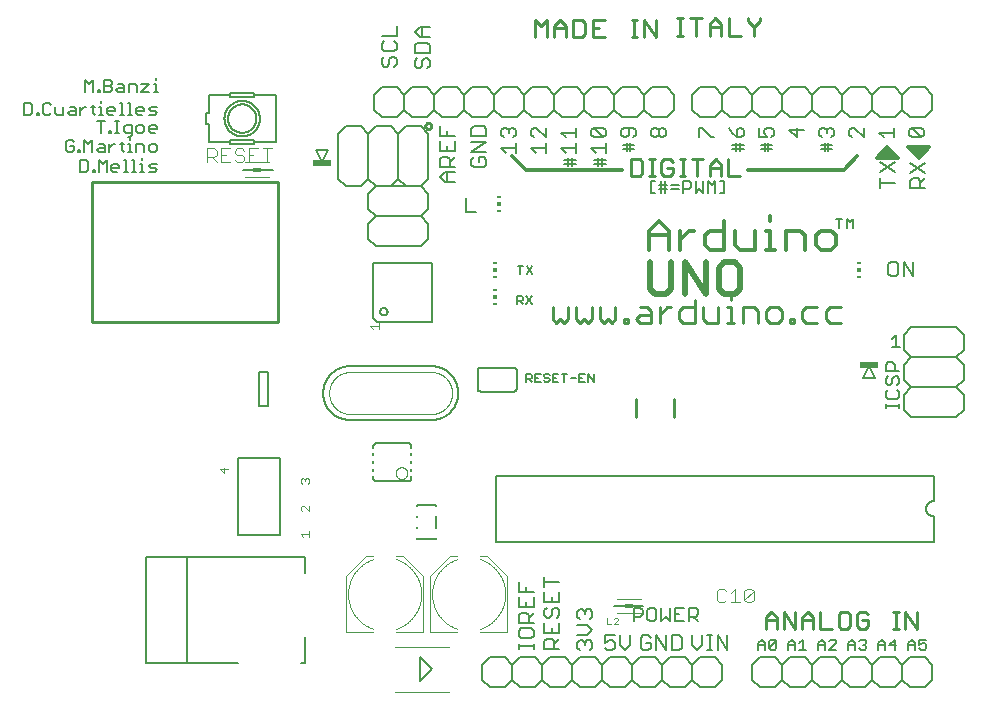
<source format=gto>
G04 EAGLE Gerber X2 export*
%TF.Part,Single*%
%TF.FileFunction,Legend,Top,1*%
%TF.FilePolarity,Positive*%
%TF.GenerationSoftware,Autodesk,EAGLE,9.0.1*%
%TF.CreationDate,2019-02-14T11:46:10Z*%
G75*
%MOMM*%
%FSLAX34Y34*%
%LPD*%
%AMOC8*
5,1,8,0,0,1.08239X$1,22.5*%
G01*
%ADD10C,0.304800*%
%ADD11C,0.254000*%
%ADD12C,0.177800*%
%ADD13C,0.127000*%
%ADD14C,0.330200*%
%ADD15C,0.152400*%
%ADD16C,0.203200*%
%ADD17C,0.279400*%
%ADD18C,0.482600*%
%ADD19C,0.101600*%
%ADD20R,0.300000X0.150000*%
%ADD21R,0.300000X0.300000*%
%ADD22C,0.076200*%
%ADD23C,0.070000*%
%ADD24R,0.700000X0.300000*%
%ADD25C,0.050800*%
%ADD26C,0.220000*%
%ADD27R,1.574800X0.609600*%


D10*
X600710Y461010D02*
X618490Y461010D01*
X609600Y469900D01*
X600710Y461010D01*
X627380Y469900D02*
X645160Y469900D01*
X636270Y461010D02*
X627380Y469900D01*
X636270Y461010D02*
X645160Y469900D01*
X609600Y467360D02*
X604520Y462280D01*
X609600Y467360D02*
X614680Y462280D01*
X607060Y462280D01*
X610870Y464820D01*
X631190Y468630D02*
X641350Y468630D01*
X636270Y463550D01*
X632460Y467360D01*
X637540Y467360D01*
X636270Y466090D02*
X636270Y464820D01*
X384810Y450850D02*
X303530Y450850D01*
X292100Y462280D01*
X491490Y450850D02*
X572770Y450850D01*
X584200Y462280D01*
D11*
X218440Y487680D02*
X218442Y487780D01*
X218448Y487881D01*
X218458Y487980D01*
X218472Y488080D01*
X218489Y488179D01*
X218511Y488277D01*
X218537Y488374D01*
X218566Y488470D01*
X218599Y488564D01*
X218636Y488658D01*
X218676Y488750D01*
X218720Y488840D01*
X218768Y488928D01*
X218819Y489015D01*
X218873Y489099D01*
X218931Y489181D01*
X218992Y489261D01*
X219056Y489338D01*
X219123Y489413D01*
X219193Y489485D01*
X219266Y489554D01*
X219341Y489620D01*
X219419Y489684D01*
X219499Y489744D01*
X219582Y489801D01*
X219667Y489854D01*
X219754Y489904D01*
X219843Y489951D01*
X219933Y489994D01*
X220025Y490034D01*
X220119Y490070D01*
X220214Y490102D01*
X220310Y490130D01*
X220408Y490155D01*
X220506Y490175D01*
X220605Y490192D01*
X220705Y490205D01*
X220804Y490214D01*
X220905Y490219D01*
X221005Y490220D01*
X221105Y490217D01*
X221206Y490210D01*
X221305Y490199D01*
X221405Y490184D01*
X221503Y490166D01*
X221601Y490143D01*
X221698Y490116D01*
X221793Y490086D01*
X221888Y490052D01*
X221981Y490014D01*
X222072Y489973D01*
X222162Y489928D01*
X222250Y489880D01*
X222336Y489828D01*
X222420Y489773D01*
X222501Y489714D01*
X222580Y489652D01*
X222657Y489588D01*
X222731Y489520D01*
X222802Y489449D01*
X222871Y489376D01*
X222936Y489300D01*
X222999Y489221D01*
X223058Y489140D01*
X223114Y489057D01*
X223167Y488972D01*
X223216Y488884D01*
X223262Y488795D01*
X223304Y488704D01*
X223343Y488611D01*
X223378Y488517D01*
X223409Y488422D01*
X223437Y488325D01*
X223460Y488228D01*
X223480Y488129D01*
X223496Y488030D01*
X223508Y487931D01*
X223516Y487830D01*
X223520Y487730D01*
X223520Y487630D01*
X223516Y487530D01*
X223508Y487429D01*
X223496Y487330D01*
X223480Y487231D01*
X223460Y487132D01*
X223437Y487035D01*
X223409Y486938D01*
X223378Y486843D01*
X223343Y486749D01*
X223304Y486656D01*
X223262Y486565D01*
X223216Y486476D01*
X223167Y486388D01*
X223114Y486303D01*
X223058Y486220D01*
X222999Y486139D01*
X222936Y486060D01*
X222871Y485984D01*
X222802Y485911D01*
X222731Y485840D01*
X222657Y485772D01*
X222580Y485708D01*
X222501Y485646D01*
X222420Y485587D01*
X222336Y485532D01*
X222250Y485480D01*
X222162Y485432D01*
X222072Y485387D01*
X221981Y485346D01*
X221888Y485308D01*
X221793Y485274D01*
X221698Y485244D01*
X221601Y485217D01*
X221503Y485194D01*
X221405Y485176D01*
X221305Y485161D01*
X221206Y485150D01*
X221105Y485143D01*
X221005Y485140D01*
X220905Y485141D01*
X220804Y485146D01*
X220705Y485155D01*
X220605Y485168D01*
X220506Y485185D01*
X220408Y485205D01*
X220310Y485230D01*
X220214Y485258D01*
X220119Y485290D01*
X220025Y485326D01*
X219933Y485366D01*
X219843Y485409D01*
X219754Y485456D01*
X219667Y485506D01*
X219582Y485559D01*
X219499Y485616D01*
X219419Y485676D01*
X219341Y485740D01*
X219266Y485806D01*
X219193Y485875D01*
X219123Y485947D01*
X219056Y486022D01*
X218992Y486099D01*
X218931Y486179D01*
X218873Y486261D01*
X218819Y486345D01*
X218768Y486432D01*
X218720Y486520D01*
X218676Y486610D01*
X218636Y486702D01*
X218599Y486796D01*
X218566Y486890D01*
X218537Y486986D01*
X218511Y487083D01*
X218489Y487181D01*
X218472Y487280D01*
X218458Y487380D01*
X218448Y487479D01*
X218442Y487580D01*
X218440Y487680D01*
D12*
X370459Y56526D02*
X378763Y56526D01*
X370459Y56526D02*
X370459Y50297D01*
X374611Y52373D01*
X376687Y52373D01*
X378763Y50297D01*
X378763Y46145D01*
X376687Y44069D01*
X372535Y44069D01*
X370459Y46145D01*
X383556Y48221D02*
X383556Y56526D01*
X383556Y48221D02*
X387708Y44069D01*
X391861Y48221D01*
X391861Y56526D01*
D13*
X500521Y49869D02*
X500521Y43937D01*
X500521Y49869D02*
X503487Y52835D01*
X506453Y49869D01*
X506453Y43937D01*
X506453Y48386D02*
X500521Y48386D01*
X509876Y45420D02*
X509876Y51352D01*
X511359Y52835D01*
X514325Y52835D01*
X515808Y51352D01*
X515808Y45420D01*
X514325Y43937D01*
X511359Y43937D01*
X509876Y45420D01*
X515808Y51352D01*
D11*
X506730Y62230D02*
X506730Y71721D01*
X511475Y76466D01*
X516221Y71721D01*
X516221Y62230D01*
X516221Y69348D02*
X506730Y69348D01*
X522166Y62230D02*
X522166Y76466D01*
X531657Y62230D01*
X531657Y76466D01*
X537602Y71721D02*
X537602Y62230D01*
X537602Y71721D02*
X542348Y76466D01*
X547093Y71721D01*
X547093Y62230D01*
X547093Y69348D02*
X537602Y69348D01*
X553038Y76466D02*
X553038Y62230D01*
X562529Y62230D01*
X570847Y76466D02*
X575592Y76466D01*
X570847Y76466D02*
X568474Y74093D01*
X568474Y64603D01*
X570847Y62230D01*
X575592Y62230D01*
X577965Y64603D01*
X577965Y74093D01*
X575592Y76466D01*
X591028Y76466D02*
X593401Y74093D01*
X591028Y76466D02*
X586283Y76466D01*
X583910Y74093D01*
X583910Y64603D01*
X586283Y62230D01*
X591028Y62230D01*
X593401Y64603D01*
X593401Y69348D01*
X588656Y69348D01*
X614782Y62230D02*
X619528Y62230D01*
X617155Y62230D02*
X617155Y76466D01*
X614782Y76466D02*
X619528Y76466D01*
X625073Y76466D02*
X625073Y62230D01*
X634564Y62230D02*
X625073Y76466D01*
X634564Y76466D02*
X634564Y62230D01*
X392794Y445412D02*
X392794Y459648D01*
X392794Y445412D02*
X399912Y445412D01*
X402285Y447785D01*
X402285Y457275D01*
X399912Y459648D01*
X392794Y459648D01*
X408230Y445412D02*
X412975Y445412D01*
X410603Y445412D02*
X410603Y459648D01*
X412975Y459648D02*
X408230Y459648D01*
X425639Y459648D02*
X428012Y457275D01*
X425639Y459648D02*
X420893Y459648D01*
X418521Y457275D01*
X418521Y447785D01*
X420893Y445412D01*
X425639Y445412D01*
X428012Y447785D01*
X428012Y452530D01*
X423266Y452530D01*
X433957Y445412D02*
X438702Y445412D01*
X436330Y445412D02*
X436330Y459648D01*
X438702Y459648D02*
X433957Y459648D01*
X448993Y459648D02*
X448993Y445412D01*
X444248Y459648D02*
X453738Y459648D01*
X459684Y454903D02*
X459684Y445412D01*
X459684Y454903D02*
X464429Y459648D01*
X469174Y454903D01*
X469174Y445412D01*
X469174Y452530D02*
X459684Y452530D01*
X475120Y459648D02*
X475120Y445412D01*
X484610Y445412D01*
D14*
X408051Y399090D02*
X408051Y382651D01*
X408051Y399090D02*
X416271Y407310D01*
X424490Y399090D01*
X424490Y382651D01*
X424490Y394981D02*
X408051Y394981D01*
X433778Y399090D02*
X433778Y382651D01*
X433778Y390871D02*
X441997Y399090D01*
X446107Y399090D01*
X471656Y407310D02*
X471656Y382651D01*
X459327Y382651D01*
X455217Y386761D01*
X455217Y394981D01*
X459327Y399090D01*
X471656Y399090D01*
X480944Y399090D02*
X480944Y386761D01*
X485053Y382651D01*
X497383Y382651D01*
X497383Y399090D01*
X506670Y399090D02*
X510780Y399090D01*
X510780Y382651D01*
X506670Y382651D02*
X514890Y382651D01*
X510780Y407310D02*
X510780Y411420D01*
X523822Y399090D02*
X523822Y382651D01*
X523822Y399090D02*
X536151Y399090D01*
X540261Y394981D01*
X540261Y382651D01*
X553658Y382651D02*
X561878Y382651D01*
X565988Y386761D01*
X565988Y394981D01*
X561878Y399090D01*
X553658Y399090D01*
X549548Y394981D01*
X549548Y386761D01*
X553658Y382651D01*
D15*
X243630Y439995D02*
X235156Y439995D01*
X230919Y444232D01*
X235156Y448469D01*
X243630Y448469D01*
X237275Y448469D02*
X237275Y439995D01*
X243630Y453092D02*
X230919Y453092D01*
X230919Y459448D01*
X233038Y461566D01*
X237275Y461566D01*
X239393Y459448D01*
X239393Y453092D01*
X239393Y457329D02*
X243630Y461566D01*
X230919Y466189D02*
X230919Y474663D01*
X230919Y466189D02*
X243630Y466189D01*
X243630Y474663D01*
X237275Y470426D02*
X237275Y466189D01*
X243630Y479287D02*
X230919Y479287D01*
X230919Y487761D01*
X237275Y483524D02*
X237275Y479287D01*
D16*
X613480Y307578D02*
X617039Y311137D01*
X617039Y300460D01*
X613480Y300460D02*
X620598Y300460D01*
D15*
X259600Y461312D02*
X257481Y459194D01*
X257481Y454957D01*
X259600Y452838D01*
X268074Y452838D01*
X270192Y454957D01*
X270192Y459194D01*
X268074Y461312D01*
X263837Y461312D01*
X263837Y457075D01*
X270192Y465935D02*
X257481Y465935D01*
X270192Y474409D01*
X257481Y474409D01*
X257481Y479033D02*
X270192Y479033D01*
X270192Y485388D01*
X268074Y487507D01*
X259600Y487507D01*
X257481Y485388D01*
X257481Y479033D01*
D13*
X-69347Y516255D02*
X-69347Y526424D01*
X-65957Y523034D01*
X-62568Y526424D01*
X-62568Y516255D01*
X-58822Y516255D02*
X-58822Y517950D01*
X-57127Y517950D01*
X-57127Y516255D01*
X-58822Y516255D01*
X-53560Y516255D02*
X-53560Y526424D01*
X-48475Y526424D01*
X-46781Y524729D01*
X-46781Y523034D01*
X-48475Y521339D01*
X-46781Y519645D01*
X-46781Y517950D01*
X-48475Y516255D01*
X-53560Y516255D01*
X-53560Y521339D02*
X-48475Y521339D01*
X-41340Y523034D02*
X-37951Y523034D01*
X-36256Y521339D01*
X-36256Y516255D01*
X-41340Y516255D01*
X-43035Y517950D01*
X-41340Y519645D01*
X-36256Y519645D01*
X-32511Y523034D02*
X-32511Y516255D01*
X-32511Y523034D02*
X-27426Y523034D01*
X-25731Y521339D01*
X-25731Y516255D01*
X-21986Y523034D02*
X-15207Y523034D01*
X-21986Y516255D01*
X-15207Y516255D01*
X-11461Y523034D02*
X-9767Y523034D01*
X-9767Y516255D01*
X-11461Y516255D02*
X-8072Y516255D01*
X-9767Y526424D02*
X-9767Y528118D01*
X-120978Y507374D02*
X-120978Y497205D01*
X-115893Y497205D01*
X-114198Y498900D01*
X-114198Y505679D01*
X-115893Y507374D01*
X-120978Y507374D01*
X-110453Y498900D02*
X-110453Y497205D01*
X-110453Y498900D02*
X-108758Y498900D01*
X-108758Y497205D01*
X-110453Y497205D01*
X-100106Y507374D02*
X-98412Y505679D01*
X-100106Y507374D02*
X-103496Y507374D01*
X-105191Y505679D01*
X-105191Y498900D01*
X-103496Y497205D01*
X-100106Y497205D01*
X-98412Y498900D01*
X-94666Y498900D02*
X-94666Y503984D01*
X-94666Y498900D02*
X-92971Y497205D01*
X-87887Y497205D01*
X-87887Y503984D01*
X-82447Y503984D02*
X-79057Y503984D01*
X-77362Y502289D01*
X-77362Y497205D01*
X-82447Y497205D01*
X-84141Y498900D01*
X-82447Y500595D01*
X-77362Y500595D01*
X-73617Y503984D02*
X-73617Y497205D01*
X-73617Y500595D02*
X-70227Y503984D01*
X-68533Y503984D01*
X-63152Y505679D02*
X-63152Y498900D01*
X-61457Y497205D01*
X-61457Y503984D02*
X-64846Y503984D01*
X-57830Y503984D02*
X-56135Y503984D01*
X-56135Y497205D01*
X-57830Y497205D02*
X-54440Y497205D01*
X-56135Y507374D02*
X-56135Y509068D01*
X-49119Y497205D02*
X-45729Y497205D01*
X-49119Y497205D02*
X-50814Y498900D01*
X-50814Y502289D01*
X-49119Y503984D01*
X-45729Y503984D01*
X-44035Y502289D01*
X-44035Y500595D01*
X-50814Y500595D01*
X-40289Y507374D02*
X-38594Y507374D01*
X-38594Y497205D01*
X-36900Y497205D02*
X-40289Y497205D01*
X-33273Y507374D02*
X-31578Y507374D01*
X-31578Y497205D01*
X-33273Y497205D02*
X-29883Y497205D01*
X-24562Y497205D02*
X-21172Y497205D01*
X-24562Y497205D02*
X-26256Y498900D01*
X-26256Y502289D01*
X-24562Y503984D01*
X-21172Y503984D01*
X-19477Y502289D01*
X-19477Y500595D01*
X-26256Y500595D01*
X-15732Y497205D02*
X-10647Y497205D01*
X-8953Y498900D01*
X-10647Y500595D01*
X-14037Y500595D01*
X-15732Y502289D01*
X-14037Y503984D01*
X-8953Y503984D01*
X-73617Y459114D02*
X-73617Y448945D01*
X-68533Y448945D01*
X-66838Y450640D01*
X-66838Y457419D01*
X-68533Y459114D01*
X-73617Y459114D01*
X-63092Y450640D02*
X-63092Y448945D01*
X-63092Y450640D02*
X-61397Y450640D01*
X-61397Y448945D01*
X-63092Y448945D01*
X-57830Y448945D02*
X-57830Y459114D01*
X-54440Y455724D01*
X-51051Y459114D01*
X-51051Y448945D01*
X-45611Y448945D02*
X-42221Y448945D01*
X-45611Y448945D02*
X-47305Y450640D01*
X-47305Y454029D01*
X-45611Y455724D01*
X-42221Y455724D01*
X-40526Y454029D01*
X-40526Y452335D01*
X-47305Y452335D01*
X-36781Y459114D02*
X-35086Y459114D01*
X-35086Y448945D01*
X-36781Y448945D02*
X-33391Y448945D01*
X-29764Y459114D02*
X-28070Y459114D01*
X-28070Y448945D01*
X-29764Y448945D02*
X-26375Y448945D01*
X-22748Y455724D02*
X-21053Y455724D01*
X-21053Y448945D01*
X-22748Y448945D02*
X-19358Y448945D01*
X-21053Y459114D02*
X-21053Y460808D01*
X-15732Y448945D02*
X-10647Y448945D01*
X-8953Y450640D01*
X-10647Y452335D01*
X-14037Y452335D01*
X-15732Y454029D01*
X-14037Y455724D01*
X-8953Y455724D01*
D15*
X603703Y439461D02*
X616414Y439461D01*
X603703Y435224D02*
X603703Y443698D01*
X603703Y448321D02*
X616414Y456795D01*
X616414Y448321D02*
X603703Y456795D01*
X629147Y435102D02*
X641858Y435102D01*
X629147Y435102D02*
X629147Y441457D01*
X631266Y443576D01*
X635503Y443576D01*
X637621Y441457D01*
X637621Y435102D01*
X637621Y439339D02*
X641858Y443576D01*
X641858Y456673D02*
X629147Y448199D01*
X629147Y456673D02*
X641858Y448199D01*
D13*
X299105Y368941D02*
X299105Y362077D01*
X296817Y368941D02*
X301393Y368941D01*
X304301Y368941D02*
X308877Y362077D01*
X304301Y362077D02*
X308877Y368941D01*
X296545Y344049D02*
X296545Y337185D01*
X296545Y344049D02*
X299977Y344049D01*
X301121Y342905D01*
X301121Y340617D01*
X299977Y339473D01*
X296545Y339473D01*
X298833Y339473D02*
X301121Y337185D01*
X304029Y344049D02*
X308605Y337185D01*
X304029Y337185D02*
X308605Y344049D01*
X-79116Y473929D02*
X-80811Y475624D01*
X-84201Y475624D01*
X-85896Y473929D01*
X-85896Y467150D01*
X-84201Y465455D01*
X-80811Y465455D01*
X-79116Y467150D01*
X-79116Y470539D01*
X-82506Y470539D01*
X-75371Y467150D02*
X-75371Y465455D01*
X-75371Y467150D02*
X-73676Y467150D01*
X-73676Y465455D01*
X-75371Y465455D01*
X-70109Y465455D02*
X-70109Y475624D01*
X-66719Y472234D01*
X-63330Y475624D01*
X-63330Y465455D01*
X-57889Y472234D02*
X-54500Y472234D01*
X-52805Y470539D01*
X-52805Y465455D01*
X-57889Y465455D01*
X-59584Y467150D01*
X-57889Y468845D01*
X-52805Y468845D01*
X-49060Y472234D02*
X-49060Y465455D01*
X-49060Y468845D02*
X-45670Y472234D01*
X-43975Y472234D01*
X-38594Y473929D02*
X-38594Y467150D01*
X-36899Y465455D01*
X-36899Y472234D02*
X-40289Y472234D01*
X-33273Y472234D02*
X-31578Y472234D01*
X-31578Y465455D01*
X-33273Y465455D02*
X-29883Y465455D01*
X-31578Y475624D02*
X-31578Y477318D01*
X-26256Y472234D02*
X-26256Y465455D01*
X-26256Y472234D02*
X-21172Y472234D01*
X-19477Y470539D01*
X-19477Y465455D01*
X-14037Y465455D02*
X-10647Y465455D01*
X-8953Y467150D01*
X-8953Y470539D01*
X-10647Y472234D01*
X-14037Y472234D01*
X-15732Y470539D01*
X-15732Y467150D01*
X-14037Y465455D01*
D17*
X311277Y562737D02*
X311277Y577736D01*
X316277Y572736D01*
X321276Y577736D01*
X321276Y562737D01*
X327649Y562737D02*
X327649Y572736D01*
X332648Y577736D01*
X337648Y572736D01*
X337648Y562737D01*
X337648Y570236D02*
X327649Y570236D01*
X344020Y562737D02*
X344020Y577736D01*
X344020Y562737D02*
X351520Y562737D01*
X354019Y565237D01*
X354019Y575236D01*
X351520Y577736D01*
X344020Y577736D01*
X360392Y577736D02*
X370391Y577736D01*
X360392Y577736D02*
X360392Y562737D01*
X370391Y562737D01*
X365391Y570236D02*
X360392Y570236D01*
X393135Y562737D02*
X398134Y562737D01*
X395635Y562737D02*
X395635Y577736D01*
X398134Y577736D02*
X393135Y577736D01*
X404049Y577736D02*
X404049Y562737D01*
X414048Y562737D02*
X404049Y577736D01*
X414048Y577736D02*
X414048Y562737D01*
X431927Y564007D02*
X436927Y564007D01*
X434427Y564007D02*
X434427Y579006D01*
X431927Y579006D02*
X436927Y579006D01*
X447841Y579006D02*
X447841Y564007D01*
X442841Y579006D02*
X452841Y579006D01*
X459213Y574006D02*
X459213Y564007D01*
X459213Y574006D02*
X464213Y579006D01*
X469212Y574006D01*
X469212Y564007D01*
X469212Y571506D02*
X459213Y571506D01*
X475585Y564007D02*
X475585Y579006D01*
X475585Y564007D02*
X485584Y564007D01*
X491956Y576506D02*
X491956Y579006D01*
X491956Y576506D02*
X496956Y571506D01*
X501955Y576506D01*
X501955Y579006D01*
X496956Y571506D02*
X496956Y564007D01*
D13*
X-56195Y492134D02*
X-56195Y481965D01*
X-59584Y492134D02*
X-52805Y492134D01*
X-49059Y483660D02*
X-49059Y481965D01*
X-49059Y483660D02*
X-47365Y483660D01*
X-47365Y481965D01*
X-49059Y481965D01*
X-43797Y481965D02*
X-40408Y481965D01*
X-42102Y481965D02*
X-42102Y492134D01*
X-40408Y492134D02*
X-43797Y492134D01*
X-33391Y478575D02*
X-31696Y478575D01*
X-30002Y480270D01*
X-30002Y488744D01*
X-35086Y488744D01*
X-36781Y487049D01*
X-36781Y483660D01*
X-35086Y481965D01*
X-30002Y481965D01*
X-24561Y481965D02*
X-21172Y481965D01*
X-19477Y483660D01*
X-19477Y487049D01*
X-21172Y488744D01*
X-24561Y488744D01*
X-26256Y487049D01*
X-26256Y483660D01*
X-24561Y481965D01*
X-14037Y481965D02*
X-10647Y481965D01*
X-14037Y481965D02*
X-15732Y483660D01*
X-15732Y487049D01*
X-14037Y488744D01*
X-10647Y488744D01*
X-8953Y487049D01*
X-8953Y485355D01*
X-15732Y485355D01*
D18*
X408813Y372260D02*
X408813Y349804D01*
X413304Y345313D01*
X422287Y345313D01*
X426778Y349804D01*
X426778Y372260D01*
X438048Y372260D02*
X438048Y345313D01*
X456013Y345313D02*
X438048Y372260D01*
X456013Y372260D02*
X456013Y345313D01*
X471774Y372260D02*
X480756Y372260D01*
X471774Y372260D02*
X467283Y367769D01*
X467283Y349804D01*
X471774Y345313D01*
X480756Y345313D01*
X485248Y349804D01*
X485248Y367769D01*
X480756Y372260D01*
D15*
X331978Y45212D02*
X319267Y45212D01*
X319267Y51567D01*
X321386Y53686D01*
X325623Y53686D01*
X327741Y51567D01*
X327741Y45212D01*
X327741Y49449D02*
X331978Y53686D01*
X319267Y58309D02*
X319267Y66783D01*
X319267Y58309D02*
X331978Y58309D01*
X331978Y66783D01*
X325623Y62546D02*
X325623Y58309D01*
X319267Y77762D02*
X321386Y79880D01*
X319267Y77762D02*
X319267Y73525D01*
X321386Y71407D01*
X323504Y71407D01*
X325623Y73525D01*
X325623Y77762D01*
X327741Y79880D01*
X329860Y79880D01*
X331978Y77762D01*
X331978Y73525D01*
X329860Y71407D01*
X319267Y84504D02*
X319267Y92978D01*
X319267Y84504D02*
X331978Y84504D01*
X331978Y92978D01*
X325623Y88741D02*
X325623Y84504D01*
X331978Y101838D02*
X319267Y101838D01*
X319267Y97601D02*
X319267Y106075D01*
X347207Y46060D02*
X349326Y43942D01*
X347207Y46060D02*
X347207Y50297D01*
X349326Y52416D01*
X351444Y52416D01*
X353563Y50297D01*
X353563Y48179D01*
X353563Y50297D02*
X355681Y52416D01*
X357800Y52416D01*
X359918Y50297D01*
X359918Y46060D01*
X357800Y43942D01*
X355681Y57039D02*
X347207Y57039D01*
X355681Y57039D02*
X359918Y61276D01*
X355681Y65513D01*
X347207Y65513D01*
X349326Y70137D02*
X347207Y72255D01*
X347207Y76492D01*
X349326Y78610D01*
X351444Y78610D01*
X353563Y76492D01*
X353563Y74373D01*
X353563Y76492D02*
X355681Y78610D01*
X357800Y78610D01*
X359918Y76492D01*
X359918Y72255D01*
X357800Y70137D01*
D16*
X568878Y401066D02*
X568878Y409201D01*
X571589Y409201D02*
X566166Y409201D01*
X575521Y409201D02*
X575521Y401066D01*
X578233Y406489D02*
X575521Y409201D01*
X578233Y406489D02*
X580944Y409201D01*
X580944Y401066D01*
D13*
X525921Y49869D02*
X525921Y43937D01*
X525921Y49869D02*
X528887Y52835D01*
X531853Y49869D01*
X531853Y43937D01*
X531853Y48386D02*
X525921Y48386D01*
X535276Y49869D02*
X538242Y52835D01*
X538242Y43937D01*
X535276Y43937D02*
X541208Y43937D01*
X551321Y43937D02*
X551321Y49869D01*
X554287Y52835D01*
X557253Y49869D01*
X557253Y43937D01*
X557253Y48386D02*
X551321Y48386D01*
X560676Y43937D02*
X566608Y43937D01*
X560676Y43937D02*
X566608Y49869D01*
X566608Y51352D01*
X565125Y52835D01*
X562159Y52835D01*
X560676Y51352D01*
X576721Y49869D02*
X576721Y43937D01*
X576721Y49869D02*
X579687Y52835D01*
X582653Y49869D01*
X582653Y43937D01*
X582653Y48386D02*
X576721Y48386D01*
X586076Y51352D02*
X587559Y52835D01*
X590525Y52835D01*
X592008Y51352D01*
X592008Y49869D01*
X590525Y48386D01*
X589042Y48386D01*
X590525Y48386D02*
X592008Y46903D01*
X592008Y45420D01*
X590525Y43937D01*
X587559Y43937D01*
X586076Y45420D01*
X602121Y43937D02*
X602121Y49869D01*
X605087Y52835D01*
X608053Y49869D01*
X608053Y43937D01*
X608053Y48386D02*
X602121Y48386D01*
X615925Y43937D02*
X615925Y52835D01*
X611476Y48386D01*
X617408Y48386D01*
X627521Y49869D02*
X627521Y43937D01*
X627521Y49869D02*
X630487Y52835D01*
X633453Y49869D01*
X633453Y43937D01*
X633453Y48386D02*
X627521Y48386D01*
X636876Y52835D02*
X642808Y52835D01*
X636876Y52835D02*
X636876Y48386D01*
X639842Y49869D01*
X641325Y49869D01*
X642808Y48386D01*
X642808Y45420D01*
X641325Y43937D01*
X638359Y43937D01*
X636876Y45420D01*
D12*
X444119Y48221D02*
X444119Y56526D01*
X444119Y48221D02*
X448271Y44069D01*
X452423Y48221D01*
X452423Y56526D01*
X457216Y44069D02*
X461368Y44069D01*
X459292Y44069D02*
X459292Y56526D01*
X457216Y56526D02*
X461368Y56526D01*
X465948Y56526D02*
X465948Y44069D01*
X474252Y44069D02*
X465948Y56526D01*
X474252Y56526D02*
X474252Y44069D01*
X409327Y54318D02*
X407251Y56394D01*
X403099Y56394D01*
X401023Y54318D01*
X401023Y46013D01*
X403099Y43937D01*
X407251Y43937D01*
X409327Y46013D01*
X409327Y50165D01*
X405175Y50165D01*
X414120Y43937D02*
X414120Y56394D01*
X422425Y43937D01*
X422425Y56394D01*
X427218Y56394D02*
X427218Y43937D01*
X433446Y43937D01*
X435522Y46013D01*
X435522Y54318D01*
X433446Y56394D01*
X427218Y56394D01*
X286971Y464914D02*
X282818Y469067D01*
X295275Y469067D01*
X295275Y473219D02*
X295275Y464914D01*
X284894Y478012D02*
X282818Y480088D01*
X282818Y484240D01*
X284894Y486316D01*
X286971Y486316D01*
X289047Y484240D01*
X289047Y482164D01*
X289047Y484240D02*
X291123Y486316D01*
X293199Y486316D01*
X295275Y484240D01*
X295275Y480088D01*
X293199Y478012D01*
X308218Y469067D02*
X312371Y464914D01*
X308218Y469067D02*
X320675Y469067D01*
X320675Y473219D02*
X320675Y464914D01*
X320675Y478012D02*
X320675Y486316D01*
X320675Y478012D02*
X312371Y486316D01*
X310294Y486316D01*
X308218Y484240D01*
X308218Y480088D01*
X310294Y478012D01*
X333618Y469067D02*
X337771Y464914D01*
X333618Y469067D02*
X346075Y469067D01*
X346075Y473219D02*
X346075Y464914D01*
X337771Y478012D02*
X333618Y482164D01*
X346075Y482164D01*
X346075Y478012D02*
X346075Y486316D01*
X359018Y469067D02*
X363171Y464914D01*
X359018Y469067D02*
X371475Y469067D01*
X371475Y473219D02*
X371475Y464914D01*
X369399Y478012D02*
X361094Y478012D01*
X359018Y480088D01*
X359018Y484240D01*
X361094Y486316D01*
X369399Y486316D01*
X371475Y484240D01*
X371475Y480088D01*
X369399Y478012D01*
X361094Y486316D01*
X394799Y478012D02*
X396875Y480088D01*
X396875Y484240D01*
X394799Y486316D01*
X386494Y486316D01*
X384418Y484240D01*
X384418Y480088D01*
X386494Y478012D01*
X388571Y478012D01*
X390647Y480088D01*
X390647Y486316D01*
X409818Y480088D02*
X411894Y478012D01*
X409818Y480088D02*
X409818Y484240D01*
X411894Y486316D01*
X413971Y486316D01*
X416047Y484240D01*
X418123Y486316D01*
X420199Y486316D01*
X422275Y484240D01*
X422275Y480088D01*
X420199Y478012D01*
X418123Y478012D01*
X416047Y480088D01*
X413971Y478012D01*
X411894Y478012D01*
X416047Y480088D02*
X416047Y484240D01*
X450458Y486316D02*
X450458Y478012D01*
X450458Y486316D02*
X452534Y486316D01*
X460839Y478012D01*
X462915Y478012D01*
X475858Y486316D02*
X477934Y482164D01*
X482087Y478012D01*
X486239Y478012D01*
X488315Y480088D01*
X488315Y484240D01*
X486239Y486316D01*
X484163Y486316D01*
X482087Y484240D01*
X482087Y478012D01*
X501258Y478012D02*
X501258Y486316D01*
X501258Y478012D02*
X507487Y478012D01*
X505411Y482164D01*
X505411Y484240D01*
X507487Y486316D01*
X511639Y486316D01*
X513715Y484240D01*
X513715Y480088D01*
X511639Y478012D01*
X526658Y484240D02*
X539115Y484240D01*
X532887Y478012D02*
X526658Y484240D01*
X532887Y486316D02*
X532887Y478012D01*
X552058Y480088D02*
X554134Y478012D01*
X552058Y480088D02*
X552058Y484240D01*
X554134Y486316D01*
X556211Y486316D01*
X558287Y484240D01*
X558287Y482164D01*
X558287Y484240D02*
X560363Y486316D01*
X562439Y486316D01*
X564515Y484240D01*
X564515Y480088D01*
X562439Y478012D01*
X589915Y478012D02*
X589915Y486316D01*
X589915Y478012D02*
X581611Y486316D01*
X579534Y486316D01*
X577458Y484240D01*
X577458Y480088D01*
X579534Y478012D01*
X602858Y482164D02*
X607011Y478012D01*
X602858Y482164D02*
X615315Y482164D01*
X615315Y478012D02*
X615315Y486316D01*
X630334Y478012D02*
X638639Y478012D01*
X630334Y478012D02*
X628258Y480088D01*
X628258Y484240D01*
X630334Y486316D01*
X638639Y486316D01*
X640715Y484240D01*
X640715Y480088D01*
X638639Y478012D01*
X630334Y486316D01*
D15*
X412922Y431292D02*
X409702Y431292D01*
X409702Y440952D01*
X412922Y440952D01*
X418173Y440952D02*
X418173Y431292D01*
X421393Y431292D02*
X421393Y440952D01*
X421393Y437732D02*
X416562Y437732D01*
X421393Y437732D02*
X423003Y437732D01*
X423003Y434512D02*
X416562Y434512D01*
X426853Y434512D02*
X433293Y434512D01*
X433293Y437732D02*
X426853Y437732D01*
X437144Y440952D02*
X437144Y431292D01*
X437144Y440952D02*
X441974Y440952D01*
X443584Y439342D01*
X443584Y436122D01*
X441974Y434512D01*
X437144Y434512D01*
X447435Y431292D02*
X447435Y440952D01*
X450655Y434512D02*
X447435Y431292D01*
X450655Y434512D02*
X453875Y431292D01*
X453875Y440952D01*
X457725Y440952D02*
X457725Y431292D01*
X460945Y437732D02*
X457725Y440952D01*
X460945Y437732D02*
X464165Y440952D01*
X464165Y431292D01*
X468016Y431292D02*
X471236Y431292D01*
X471236Y440952D01*
X468016Y440952D01*
X345948Y455762D02*
X336288Y455762D01*
X336288Y458982D02*
X345948Y458982D01*
X339508Y458982D02*
X339508Y454152D01*
X339508Y458982D02*
X339508Y460592D01*
X342728Y460592D02*
X342728Y454152D01*
X361688Y455762D02*
X371348Y455762D01*
X371348Y458982D02*
X361688Y458982D01*
X364908Y458982D02*
X364908Y454152D01*
X364908Y458982D02*
X364908Y460592D01*
X368128Y460592D02*
X368128Y454152D01*
X502658Y468462D02*
X512318Y468462D01*
X512318Y471682D02*
X502658Y471682D01*
X505878Y471682D02*
X505878Y466852D01*
X505878Y471682D02*
X505878Y473292D01*
X509098Y473292D02*
X509098Y466852D01*
X553458Y468462D02*
X563118Y468462D01*
X563118Y471682D02*
X553458Y471682D01*
X556678Y471682D02*
X556678Y466852D01*
X556678Y471682D02*
X556678Y473292D01*
X559898Y473292D02*
X559898Y466852D01*
X488188Y468462D02*
X478528Y468462D01*
X478528Y471682D02*
X488188Y471682D01*
X481748Y471682D02*
X481748Y466852D01*
X481748Y471682D02*
X481748Y473292D01*
X484968Y473292D02*
X484968Y466852D01*
X395478Y468462D02*
X385818Y468462D01*
X385818Y471682D02*
X395478Y471682D01*
X389038Y471682D02*
X389038Y466852D01*
X389038Y471682D02*
X389038Y473292D01*
X392258Y473292D02*
X392258Y466852D01*
D11*
X326390Y334190D02*
X326390Y324530D01*
X329610Y321310D01*
X332830Y324530D01*
X336050Y321310D01*
X339270Y324530D01*
X339270Y334190D01*
X346504Y334190D02*
X346504Y324530D01*
X349724Y321310D01*
X352944Y324530D01*
X356164Y321310D01*
X359384Y324530D01*
X359384Y334190D01*
X366617Y334190D02*
X366617Y324530D01*
X369837Y321310D01*
X373057Y324530D01*
X376278Y321310D01*
X379498Y324530D01*
X379498Y334190D01*
X386731Y324530D02*
X386731Y321310D01*
X386731Y324530D02*
X389951Y324530D01*
X389951Y321310D01*
X386731Y321310D01*
X400008Y334190D02*
X406448Y334190D01*
X409668Y330970D01*
X409668Y321310D01*
X400008Y321310D01*
X396788Y324530D01*
X400008Y327750D01*
X409668Y327750D01*
X416901Y321310D02*
X416901Y334190D01*
X416901Y327750D02*
X423342Y334190D01*
X426562Y334190D01*
X446543Y340631D02*
X446543Y321310D01*
X436883Y321310D01*
X433663Y324530D01*
X433663Y330970D01*
X436883Y334190D01*
X446543Y334190D01*
X453776Y334190D02*
X453776Y324530D01*
X456997Y321310D01*
X466657Y321310D01*
X466657Y334190D01*
X473890Y334190D02*
X477110Y334190D01*
X477110Y321310D01*
X473890Y321310D02*
X480330Y321310D01*
X477110Y340631D02*
X477110Y343851D01*
X487299Y334190D02*
X487299Y321310D01*
X487299Y334190D02*
X496959Y334190D01*
X500180Y330970D01*
X500180Y321310D01*
X510633Y321310D02*
X517073Y321310D01*
X520293Y324530D01*
X520293Y330970D01*
X517073Y334190D01*
X510633Y334190D01*
X507413Y330970D01*
X507413Y324530D01*
X510633Y321310D01*
X527527Y321310D02*
X527527Y324530D01*
X530747Y324530D01*
X530747Y321310D01*
X527527Y321310D01*
X540803Y334190D02*
X550464Y334190D01*
X540803Y334190D02*
X537583Y330970D01*
X537583Y324530D01*
X540803Y321310D01*
X550464Y321310D01*
X560917Y334190D02*
X570577Y334190D01*
X560917Y334190D02*
X557697Y330970D01*
X557697Y324530D01*
X560917Y321310D01*
X570577Y321310D01*
D15*
X310388Y49449D02*
X310388Y45212D01*
X310388Y47330D02*
X297677Y47330D01*
X297677Y45212D02*
X297677Y49449D01*
X297677Y56062D02*
X297677Y60299D01*
X297677Y56062D02*
X299796Y53944D01*
X308270Y53944D01*
X310388Y56062D01*
X310388Y60299D01*
X308270Y62417D01*
X299796Y62417D01*
X297677Y60299D01*
X297677Y67041D02*
X310388Y67041D01*
X297677Y67041D02*
X297677Y73396D01*
X299796Y75515D01*
X304033Y75515D01*
X306151Y73396D01*
X306151Y67041D01*
X306151Y71278D02*
X310388Y75515D01*
X297677Y80138D02*
X297677Y88612D01*
X297677Y80138D02*
X310388Y80138D01*
X310388Y88612D01*
X304033Y84375D02*
X304033Y80138D01*
X310388Y93235D02*
X297677Y93235D01*
X297677Y101709D01*
X304033Y97472D02*
X304033Y93235D01*
X209749Y542925D02*
X211868Y545044D01*
X209749Y542925D02*
X209749Y538688D01*
X211868Y536570D01*
X213986Y536570D01*
X216105Y538688D01*
X216105Y542925D01*
X218223Y545044D01*
X220342Y545044D01*
X222460Y542925D01*
X222460Y538688D01*
X220342Y536570D01*
X222460Y549667D02*
X209749Y549667D01*
X222460Y549667D02*
X222460Y556023D01*
X220342Y558141D01*
X211868Y558141D01*
X209749Y556023D01*
X209749Y549667D01*
X213986Y562765D02*
X222460Y562765D01*
X213986Y562765D02*
X209749Y567001D01*
X213986Y571238D01*
X222460Y571238D01*
X216105Y571238D02*
X216105Y562765D01*
X183928Y546314D02*
X181809Y544195D01*
X181809Y539958D01*
X183928Y537840D01*
X186046Y537840D01*
X188165Y539958D01*
X188165Y544195D01*
X190283Y546314D01*
X192402Y546314D01*
X194520Y544195D01*
X194520Y539958D01*
X192402Y537840D01*
X181809Y557293D02*
X183928Y559411D01*
X181809Y557293D02*
X181809Y553056D01*
X183928Y550937D01*
X192402Y550937D01*
X194520Y553056D01*
X194520Y557293D01*
X192402Y559411D01*
X194520Y564035D02*
X181809Y564035D01*
X194520Y564035D02*
X194520Y572508D01*
X648970Y191770D02*
X648970Y170180D01*
X648812Y170178D01*
X648653Y170172D01*
X648495Y170162D01*
X648338Y170148D01*
X648180Y170131D01*
X648024Y170109D01*
X647867Y170084D01*
X647712Y170054D01*
X647557Y170021D01*
X647403Y169984D01*
X647250Y169943D01*
X647098Y169898D01*
X646948Y169849D01*
X646798Y169797D01*
X646650Y169741D01*
X646503Y169681D01*
X646358Y169618D01*
X646215Y169551D01*
X646073Y169481D01*
X645933Y169407D01*
X645795Y169329D01*
X645659Y169248D01*
X645525Y169164D01*
X645393Y169077D01*
X645263Y168986D01*
X645136Y168892D01*
X645011Y168795D01*
X644888Y168694D01*
X644768Y168591D01*
X644651Y168485D01*
X644536Y168376D01*
X644424Y168264D01*
X644315Y168149D01*
X644209Y168032D01*
X644106Y167912D01*
X644005Y167789D01*
X643908Y167664D01*
X643814Y167537D01*
X643723Y167407D01*
X643636Y167275D01*
X643552Y167141D01*
X643471Y167005D01*
X643393Y166867D01*
X643319Y166727D01*
X643249Y166585D01*
X643182Y166442D01*
X643119Y166297D01*
X643059Y166150D01*
X643003Y166002D01*
X642951Y165852D01*
X642902Y165702D01*
X642857Y165550D01*
X642816Y165397D01*
X642779Y165243D01*
X642746Y165088D01*
X642716Y164933D01*
X642691Y164776D01*
X642669Y164620D01*
X642652Y164462D01*
X642638Y164305D01*
X642628Y164147D01*
X642622Y163988D01*
X642620Y163830D01*
X642622Y163672D01*
X642628Y163513D01*
X642638Y163355D01*
X642652Y163198D01*
X642669Y163040D01*
X642691Y162884D01*
X642716Y162727D01*
X642746Y162572D01*
X642779Y162417D01*
X642816Y162263D01*
X642857Y162110D01*
X642902Y161958D01*
X642951Y161808D01*
X643003Y161658D01*
X643059Y161510D01*
X643119Y161363D01*
X643182Y161218D01*
X643249Y161075D01*
X643319Y160933D01*
X643393Y160793D01*
X643471Y160655D01*
X643552Y160519D01*
X643636Y160385D01*
X643723Y160253D01*
X643814Y160123D01*
X643908Y159996D01*
X644005Y159871D01*
X644106Y159748D01*
X644209Y159628D01*
X644315Y159511D01*
X644424Y159396D01*
X644536Y159284D01*
X644651Y159175D01*
X644768Y159069D01*
X644888Y158966D01*
X645011Y158865D01*
X645136Y158768D01*
X645263Y158674D01*
X645393Y158583D01*
X645525Y158496D01*
X645659Y158412D01*
X645795Y158331D01*
X645933Y158253D01*
X646073Y158179D01*
X646215Y158109D01*
X646358Y158042D01*
X646503Y157979D01*
X646650Y157919D01*
X646798Y157863D01*
X646948Y157811D01*
X647098Y157762D01*
X647250Y157717D01*
X647403Y157676D01*
X647557Y157639D01*
X647712Y157606D01*
X647867Y157576D01*
X648024Y157551D01*
X648180Y157529D01*
X648338Y157512D01*
X648495Y157498D01*
X648653Y157488D01*
X648812Y157482D01*
X648970Y157480D01*
X648970Y191770D02*
X278130Y191770D01*
X648970Y157480D02*
X648970Y135890D01*
X278130Y135890D01*
X278130Y191770D01*
X623570Y311150D02*
X629920Y317500D01*
X623570Y298450D02*
X629920Y292100D01*
X623570Y285750D01*
X623570Y273050D02*
X629920Y266700D01*
X629920Y317500D02*
X668020Y317500D01*
X674370Y311150D01*
X674370Y298450D01*
X668020Y292100D01*
X674370Y285750D01*
X674370Y273050D01*
X668020Y266700D01*
X668020Y292100D02*
X629920Y292100D01*
X629920Y266700D02*
X668020Y266700D01*
X623570Y273050D02*
X623570Y285750D01*
X623570Y298450D02*
X623570Y311150D01*
X629920Y266700D02*
X623570Y260350D01*
X623570Y247650D02*
X629920Y241300D01*
X668020Y266700D02*
X674370Y260350D01*
X674370Y247650D01*
X668020Y241300D01*
X629920Y241300D01*
X623570Y247650D02*
X623570Y260350D01*
D13*
X619765Y252468D02*
X619765Y248655D01*
X619765Y250562D02*
X608325Y250562D01*
X608325Y252468D02*
X608325Y248655D01*
X608325Y262171D02*
X610232Y264077D01*
X608325Y262171D02*
X608325Y258358D01*
X610232Y256451D01*
X617858Y256451D01*
X619765Y258358D01*
X619765Y262171D01*
X617858Y264077D01*
X608325Y273865D02*
X610232Y275771D01*
X608325Y273865D02*
X608325Y270052D01*
X610232Y268145D01*
X612139Y268145D01*
X614045Y270052D01*
X614045Y273865D01*
X615952Y275771D01*
X617858Y275771D01*
X619765Y273865D01*
X619765Y270052D01*
X617858Y268145D01*
X619765Y279839D02*
X608325Y279839D01*
X608325Y285559D01*
X610232Y287465D01*
X614045Y287465D01*
X615952Y285559D01*
X615952Y279839D01*
D15*
X488950Y495300D02*
X476250Y495300D01*
X469900Y501650D01*
X469900Y514350D01*
X476250Y520700D01*
X514350Y495300D02*
X520700Y501650D01*
X514350Y495300D02*
X501650Y495300D01*
X495300Y501650D01*
X495300Y514350D01*
X501650Y520700D01*
X514350Y520700D01*
X520700Y514350D01*
X495300Y501650D02*
X488950Y495300D01*
X495300Y514350D02*
X488950Y520700D01*
X476250Y520700D01*
X552450Y495300D02*
X565150Y495300D01*
X552450Y495300D02*
X546100Y501650D01*
X546100Y514350D01*
X552450Y520700D01*
X546100Y501650D02*
X539750Y495300D01*
X527050Y495300D01*
X520700Y501650D01*
X520700Y514350D01*
X527050Y520700D01*
X539750Y520700D01*
X546100Y514350D01*
X590550Y495300D02*
X596900Y501650D01*
X590550Y495300D02*
X577850Y495300D01*
X571500Y501650D01*
X571500Y514350D01*
X577850Y520700D01*
X590550Y520700D01*
X596900Y514350D01*
X571500Y501650D02*
X565150Y495300D01*
X571500Y514350D02*
X565150Y520700D01*
X552450Y520700D01*
X628650Y495300D02*
X641350Y495300D01*
X628650Y495300D02*
X622300Y501650D01*
X622300Y514350D01*
X628650Y520700D01*
X622300Y501650D02*
X615950Y495300D01*
X603250Y495300D01*
X596900Y501650D01*
X596900Y514350D01*
X603250Y520700D01*
X615950Y520700D01*
X622300Y514350D01*
X647700Y514350D02*
X647700Y501650D01*
X641350Y495300D01*
X647700Y514350D02*
X641350Y520700D01*
X628650Y520700D01*
X463550Y495300D02*
X450850Y495300D01*
X444500Y501650D01*
X444500Y514350D01*
X450850Y520700D01*
X469900Y501650D02*
X463550Y495300D01*
X469900Y514350D02*
X463550Y520700D01*
X450850Y520700D01*
X226060Y501650D02*
X219710Y495300D01*
X207010Y495300D01*
X200660Y501650D01*
X200660Y514350D01*
X207010Y520700D01*
X219710Y520700D01*
X226060Y514350D01*
X257810Y495300D02*
X270510Y495300D01*
X257810Y495300D02*
X251460Y501650D01*
X251460Y514350D01*
X257810Y520700D01*
X251460Y501650D02*
X245110Y495300D01*
X232410Y495300D01*
X226060Y501650D01*
X226060Y514350D01*
X232410Y520700D01*
X245110Y520700D01*
X251460Y514350D01*
X295910Y495300D02*
X302260Y501650D01*
X295910Y495300D02*
X283210Y495300D01*
X276860Y501650D01*
X276860Y514350D01*
X283210Y520700D01*
X295910Y520700D01*
X302260Y514350D01*
X276860Y501650D02*
X270510Y495300D01*
X276860Y514350D02*
X270510Y520700D01*
X257810Y520700D01*
X334010Y495300D02*
X346710Y495300D01*
X334010Y495300D02*
X327660Y501650D01*
X327660Y514350D01*
X334010Y520700D01*
X327660Y501650D02*
X321310Y495300D01*
X308610Y495300D01*
X302260Y501650D01*
X302260Y514350D01*
X308610Y520700D01*
X321310Y520700D01*
X327660Y514350D01*
X372110Y495300D02*
X378460Y501650D01*
X372110Y495300D02*
X359410Y495300D01*
X353060Y501650D01*
X353060Y514350D01*
X359410Y520700D01*
X372110Y520700D01*
X378460Y514350D01*
X353060Y501650D02*
X346710Y495300D01*
X353060Y514350D02*
X346710Y520700D01*
X334010Y520700D01*
X410210Y495300D02*
X422910Y495300D01*
X410210Y495300D02*
X403860Y501650D01*
X403860Y514350D01*
X410210Y520700D01*
X403860Y501650D02*
X397510Y495300D01*
X384810Y495300D01*
X378460Y501650D01*
X378460Y514350D01*
X384810Y520700D01*
X397510Y520700D01*
X403860Y514350D01*
X429260Y514350D02*
X429260Y501650D01*
X422910Y495300D01*
X429260Y514350D02*
X422910Y520700D01*
X410210Y520700D01*
X194310Y495300D02*
X181610Y495300D01*
X175260Y501650D01*
X175260Y514350D01*
X181610Y520700D01*
X200660Y501650D02*
X194310Y495300D01*
X200660Y514350D02*
X194310Y520700D01*
X181610Y520700D01*
X577850Y38100D02*
X590550Y38100D01*
X596900Y31750D01*
X596900Y19050D01*
X590550Y12700D01*
X596900Y31750D02*
X603250Y38100D01*
X615950Y38100D01*
X622300Y31750D01*
X622300Y19050D01*
X615950Y12700D01*
X603250Y12700D01*
X596900Y19050D01*
X552450Y38100D02*
X546100Y31750D01*
X552450Y38100D02*
X565150Y38100D01*
X571500Y31750D01*
X571500Y19050D01*
X565150Y12700D01*
X552450Y12700D01*
X546100Y19050D01*
X571500Y31750D02*
X577850Y38100D01*
X571500Y19050D02*
X577850Y12700D01*
X590550Y12700D01*
X514350Y38100D02*
X501650Y38100D01*
X514350Y38100D02*
X520700Y31750D01*
X520700Y19050D01*
X514350Y12700D01*
X520700Y31750D02*
X527050Y38100D01*
X539750Y38100D01*
X546100Y31750D01*
X546100Y19050D01*
X539750Y12700D01*
X527050Y12700D01*
X520700Y19050D01*
X495300Y19050D02*
X495300Y31750D01*
X501650Y38100D01*
X495300Y19050D02*
X501650Y12700D01*
X514350Y12700D01*
X628650Y38100D02*
X641350Y38100D01*
X647700Y31750D01*
X647700Y19050D01*
X641350Y12700D01*
X622300Y31750D02*
X628650Y38100D01*
X622300Y19050D02*
X628650Y12700D01*
X641350Y12700D01*
D19*
X245770Y58940D02*
X222770Y58940D01*
X222770Y106940D01*
X239770Y123940D01*
X245770Y123940D01*
X264770Y123940D02*
X270770Y123940D01*
X287770Y106940D01*
X287770Y58940D01*
X264770Y58940D01*
X245770Y61940D02*
X245052Y62181D01*
X244339Y62440D01*
X243634Y62716D01*
X242935Y63009D01*
X242243Y63319D01*
X241560Y63646D01*
X240884Y63989D01*
X240217Y64349D01*
X239559Y64725D01*
X238911Y65117D01*
X238272Y65525D01*
X237644Y65948D01*
X237026Y66387D01*
X236419Y66840D01*
X235823Y67309D01*
X235239Y67791D01*
X234667Y68288D01*
X234107Y68799D01*
X233560Y69323D01*
X233025Y69860D01*
X232504Y70411D01*
X231997Y70974D01*
X231504Y71549D01*
X231024Y72136D01*
X230560Y72734D01*
X230110Y73344D01*
X229675Y73965D01*
X229255Y74596D01*
X228851Y75237D01*
X228463Y75887D01*
X228091Y76548D01*
X227735Y77216D01*
X227395Y77894D01*
X227072Y78580D01*
X226766Y79273D01*
X226477Y79973D01*
X226206Y80681D01*
X225951Y81394D01*
X225714Y82114D01*
X225495Y82840D01*
X225294Y83570D01*
X225110Y84305D01*
X224945Y85045D01*
X224798Y85788D01*
X224669Y86535D01*
X224558Y87285D01*
X224465Y88037D01*
X224391Y88791D01*
X224336Y89547D01*
X224299Y90304D01*
X224280Y91061D01*
X224280Y91819D01*
X224299Y92576D01*
X224336Y93333D01*
X224391Y94089D01*
X224465Y94843D01*
X224558Y95595D01*
X224669Y96345D01*
X224798Y97092D01*
X224945Y97835D01*
X225110Y98575D01*
X225294Y99310D01*
X225495Y100040D01*
X225714Y100766D01*
X225951Y101486D01*
X226206Y102199D01*
X226477Y102907D01*
X226766Y103607D01*
X227072Y104300D01*
X227395Y104986D01*
X227735Y105664D01*
X228091Y106332D01*
X228463Y106993D01*
X228851Y107643D01*
X229255Y108284D01*
X229675Y108915D01*
X230110Y109536D01*
X230560Y110146D01*
X231024Y110744D01*
X231504Y111331D01*
X231997Y111906D01*
X232504Y112469D01*
X233025Y113020D01*
X233560Y113557D01*
X234107Y114081D01*
X234667Y114592D01*
X235239Y115089D01*
X235823Y115571D01*
X236419Y116040D01*
X237026Y116493D01*
X237644Y116932D01*
X238272Y117355D01*
X238911Y117763D01*
X239559Y118155D01*
X240217Y118531D01*
X240884Y118891D01*
X241560Y119234D01*
X242243Y119561D01*
X242935Y119871D01*
X243634Y120164D01*
X244339Y120440D01*
X245052Y120699D01*
X245770Y120940D01*
X264770Y120940D02*
X265488Y120699D01*
X266201Y120440D01*
X266906Y120164D01*
X267605Y119871D01*
X268297Y119561D01*
X268980Y119234D01*
X269656Y118891D01*
X270323Y118531D01*
X270981Y118155D01*
X271629Y117763D01*
X272268Y117355D01*
X272896Y116932D01*
X273514Y116493D01*
X274121Y116040D01*
X274717Y115571D01*
X275301Y115089D01*
X275873Y114592D01*
X276433Y114081D01*
X276980Y113557D01*
X277515Y113020D01*
X278036Y112469D01*
X278543Y111906D01*
X279036Y111331D01*
X279516Y110744D01*
X279980Y110146D01*
X280430Y109536D01*
X280865Y108915D01*
X281285Y108284D01*
X281689Y107643D01*
X282077Y106993D01*
X282449Y106332D01*
X282805Y105664D01*
X283145Y104986D01*
X283468Y104300D01*
X283774Y103607D01*
X284063Y102907D01*
X284334Y102199D01*
X284589Y101486D01*
X284826Y100766D01*
X285045Y100040D01*
X285246Y99310D01*
X285430Y98575D01*
X285595Y97835D01*
X285742Y97092D01*
X285871Y96345D01*
X285982Y95595D01*
X286075Y94843D01*
X286149Y94089D01*
X286204Y93333D01*
X286241Y92576D01*
X286260Y91819D01*
X286260Y91061D01*
X286241Y90304D01*
X286204Y89547D01*
X286149Y88791D01*
X286075Y88037D01*
X285982Y87285D01*
X285871Y86535D01*
X285742Y85788D01*
X285595Y85045D01*
X285430Y84305D01*
X285246Y83570D01*
X285045Y82840D01*
X284826Y82114D01*
X284589Y81394D01*
X284334Y80681D01*
X284063Y79973D01*
X283774Y79273D01*
X283468Y78580D01*
X283145Y77894D01*
X282805Y77216D01*
X282449Y76548D01*
X282077Y75887D01*
X281689Y75237D01*
X281285Y74596D01*
X280865Y73965D01*
X280430Y73344D01*
X279980Y72734D01*
X279516Y72136D01*
X279036Y71549D01*
X278543Y70974D01*
X278036Y70411D01*
X277515Y69860D01*
X276980Y69323D01*
X276433Y68799D01*
X275873Y68288D01*
X275301Y67791D01*
X274717Y67309D01*
X274121Y66840D01*
X273514Y66387D01*
X272896Y65948D01*
X272268Y65525D01*
X271629Y65117D01*
X270981Y64725D01*
X270323Y64349D01*
X269656Y63989D01*
X268980Y63646D01*
X268297Y63319D01*
X267605Y63009D01*
X266906Y62716D01*
X266201Y62440D01*
X265488Y62181D01*
X264770Y61940D01*
X174650Y58940D02*
X151650Y58940D01*
X151650Y106940D01*
X168650Y123940D01*
X174650Y123940D01*
X193650Y123940D02*
X199650Y123940D01*
X216650Y106940D01*
X216650Y58940D01*
X193650Y58940D01*
X174650Y61940D02*
X173932Y62181D01*
X173219Y62440D01*
X172514Y62716D01*
X171815Y63009D01*
X171123Y63319D01*
X170440Y63646D01*
X169764Y63989D01*
X169097Y64349D01*
X168439Y64725D01*
X167791Y65117D01*
X167152Y65525D01*
X166524Y65948D01*
X165906Y66387D01*
X165299Y66840D01*
X164703Y67309D01*
X164119Y67791D01*
X163547Y68288D01*
X162987Y68799D01*
X162440Y69323D01*
X161905Y69860D01*
X161384Y70411D01*
X160877Y70974D01*
X160384Y71549D01*
X159904Y72136D01*
X159440Y72734D01*
X158990Y73344D01*
X158555Y73965D01*
X158135Y74596D01*
X157731Y75237D01*
X157343Y75887D01*
X156971Y76548D01*
X156615Y77216D01*
X156275Y77894D01*
X155952Y78580D01*
X155646Y79273D01*
X155357Y79973D01*
X155086Y80681D01*
X154831Y81394D01*
X154594Y82114D01*
X154375Y82840D01*
X154174Y83570D01*
X153990Y84305D01*
X153825Y85045D01*
X153678Y85788D01*
X153549Y86535D01*
X153438Y87285D01*
X153345Y88037D01*
X153271Y88791D01*
X153216Y89547D01*
X153179Y90304D01*
X153160Y91061D01*
X153160Y91819D01*
X153179Y92576D01*
X153216Y93333D01*
X153271Y94089D01*
X153345Y94843D01*
X153438Y95595D01*
X153549Y96345D01*
X153678Y97092D01*
X153825Y97835D01*
X153990Y98575D01*
X154174Y99310D01*
X154375Y100040D01*
X154594Y100766D01*
X154831Y101486D01*
X155086Y102199D01*
X155357Y102907D01*
X155646Y103607D01*
X155952Y104300D01*
X156275Y104986D01*
X156615Y105664D01*
X156971Y106332D01*
X157343Y106993D01*
X157731Y107643D01*
X158135Y108284D01*
X158555Y108915D01*
X158990Y109536D01*
X159440Y110146D01*
X159904Y110744D01*
X160384Y111331D01*
X160877Y111906D01*
X161384Y112469D01*
X161905Y113020D01*
X162440Y113557D01*
X162987Y114081D01*
X163547Y114592D01*
X164119Y115089D01*
X164703Y115571D01*
X165299Y116040D01*
X165906Y116493D01*
X166524Y116932D01*
X167152Y117355D01*
X167791Y117763D01*
X168439Y118155D01*
X169097Y118531D01*
X169764Y118891D01*
X170440Y119234D01*
X171123Y119561D01*
X171815Y119871D01*
X172514Y120164D01*
X173219Y120440D01*
X173932Y120699D01*
X174650Y120940D01*
X193650Y120940D02*
X194368Y120699D01*
X195081Y120440D01*
X195786Y120164D01*
X196485Y119871D01*
X197177Y119561D01*
X197860Y119234D01*
X198536Y118891D01*
X199203Y118531D01*
X199861Y118155D01*
X200509Y117763D01*
X201148Y117355D01*
X201776Y116932D01*
X202394Y116493D01*
X203001Y116040D01*
X203597Y115571D01*
X204181Y115089D01*
X204753Y114592D01*
X205313Y114081D01*
X205860Y113557D01*
X206395Y113020D01*
X206916Y112469D01*
X207423Y111906D01*
X207916Y111331D01*
X208396Y110744D01*
X208860Y110146D01*
X209310Y109536D01*
X209745Y108915D01*
X210165Y108284D01*
X210569Y107643D01*
X210957Y106993D01*
X211329Y106332D01*
X211685Y105664D01*
X212025Y104986D01*
X212348Y104300D01*
X212654Y103607D01*
X212943Y102907D01*
X213214Y102199D01*
X213469Y101486D01*
X213706Y100766D01*
X213925Y100040D01*
X214126Y99310D01*
X214310Y98575D01*
X214475Y97835D01*
X214622Y97092D01*
X214751Y96345D01*
X214862Y95595D01*
X214955Y94843D01*
X215029Y94089D01*
X215084Y93333D01*
X215121Y92576D01*
X215140Y91819D01*
X215140Y91061D01*
X215121Y90304D01*
X215084Y89547D01*
X215029Y88791D01*
X214955Y88037D01*
X214862Y87285D01*
X214751Y86535D01*
X214622Y85788D01*
X214475Y85045D01*
X214310Y84305D01*
X214126Y83570D01*
X213925Y82840D01*
X213706Y82114D01*
X213469Y81394D01*
X213214Y80681D01*
X212943Y79973D01*
X212654Y79273D01*
X212348Y78580D01*
X212025Y77894D01*
X211685Y77216D01*
X211329Y76548D01*
X210957Y75887D01*
X210569Y75237D01*
X210165Y74596D01*
X209745Y73965D01*
X209310Y73344D01*
X208860Y72734D01*
X208396Y72136D01*
X207916Y71549D01*
X207423Y70974D01*
X206916Y70411D01*
X206395Y69860D01*
X205860Y69323D01*
X205313Y68799D01*
X204753Y68288D01*
X204181Y67791D01*
X203597Y67309D01*
X203001Y66840D01*
X202394Y66387D01*
X201776Y65948D01*
X201148Y65525D01*
X200509Y65117D01*
X199861Y64725D01*
X199203Y64349D01*
X198536Y63989D01*
X197860Y63646D01*
X197177Y63319D01*
X196485Y63009D01*
X195786Y62716D01*
X195081Y62440D01*
X194368Y62181D01*
X193650Y61940D01*
D20*
X585700Y371760D03*
X585700Y359760D03*
D21*
X585700Y365760D03*
D16*
X612650Y372628D02*
X616717Y372628D01*
X612650Y372628D02*
X610616Y370595D01*
X610616Y362460D01*
X612650Y360426D01*
X616717Y360426D01*
X618751Y362460D01*
X618751Y370595D01*
X616717Y372628D01*
X623713Y372628D02*
X623713Y360426D01*
X631848Y360426D02*
X623713Y372628D01*
X631848Y372628D02*
X631848Y360426D01*
D20*
X277900Y336900D03*
X277900Y348900D03*
D21*
X277900Y342900D03*
D20*
X277900Y359760D03*
X277900Y371760D03*
D21*
X277900Y365760D03*
D19*
X238506Y8890D02*
X193294Y8890D01*
X193294Y46990D02*
X238506Y46990D01*
D16*
X224200Y27940D02*
X213970Y17940D01*
X224200Y27940D02*
X213970Y37940D01*
X213970Y17940D01*
D13*
X116840Y33020D02*
X116840Y55245D01*
X116840Y33020D02*
X113665Y33020D01*
X116840Y109220D02*
X116840Y122936D01*
X16764Y122936D01*
X-18034Y122936D01*
X-18034Y33020D01*
X59690Y33020D01*
X16764Y33274D02*
X16764Y122936D01*
D11*
X94100Y440000D02*
X-63400Y440000D01*
X-63400Y322000D01*
X94100Y322000D01*
X94100Y440000D01*
D16*
X95250Y206756D02*
X59690Y206756D01*
X95250Y206756D02*
X95250Y141224D01*
X59690Y141224D01*
X59690Y206756D01*
D19*
X113024Y185892D02*
X114210Y184706D01*
X113024Y185892D02*
X113024Y188265D01*
X114210Y189451D01*
X115397Y189451D01*
X116583Y188265D01*
X116583Y187079D01*
X116583Y188265D02*
X117769Y189451D01*
X118956Y189451D01*
X120142Y188265D01*
X120142Y185892D01*
X118956Y184706D01*
X51562Y197107D02*
X44444Y197107D01*
X48003Y193548D01*
X48003Y198293D01*
X113024Y142345D02*
X115397Y139972D01*
X113024Y142345D02*
X120142Y142345D01*
X120142Y144717D02*
X120142Y139972D01*
X120236Y161592D02*
X120236Y166337D01*
X120236Y161592D02*
X115491Y166337D01*
X114304Y166337D01*
X113118Y165151D01*
X113118Y162778D01*
X114304Y161592D01*
D20*
X280900Y427640D03*
X280900Y415640D03*
D21*
X280900Y421640D03*
D16*
X253349Y426984D02*
X253349Y414782D01*
X261484Y414782D01*
D15*
X85090Y279654D02*
X85090Y250698D01*
X77470Y250698D01*
X77470Y279654D01*
X85090Y279654D01*
D13*
X224390Y321710D02*
X224390Y371710D01*
X174390Y371710D01*
X174390Y324885D01*
X177565Y321710D01*
X224390Y321710D01*
X180228Y330710D02*
X180230Y330822D01*
X180236Y330934D01*
X180246Y331046D01*
X180260Y331157D01*
X180278Y331268D01*
X180299Y331378D01*
X180325Y331488D01*
X180355Y331596D01*
X180388Y331703D01*
X180425Y331809D01*
X180466Y331914D01*
X180511Y332017D01*
X180559Y332118D01*
X180611Y332218D01*
X180666Y332315D01*
X180724Y332411D01*
X180786Y332504D01*
X180852Y332596D01*
X180920Y332685D01*
X180992Y332771D01*
X181067Y332855D01*
X181144Y332936D01*
X181225Y333014D01*
X181308Y333090D01*
X181394Y333162D01*
X181482Y333231D01*
X181573Y333297D01*
X181665Y333360D01*
X181761Y333420D01*
X181858Y333476D01*
X181957Y333529D01*
X182058Y333578D01*
X182161Y333623D01*
X182265Y333665D01*
X182370Y333703D01*
X182477Y333737D01*
X182585Y333768D01*
X182694Y333794D01*
X182804Y333817D01*
X182915Y333836D01*
X183026Y333851D01*
X183138Y333862D01*
X183250Y333869D01*
X183362Y333872D01*
X183474Y333871D01*
X183586Y333866D01*
X183698Y333857D01*
X183810Y333844D01*
X183921Y333827D01*
X184031Y333806D01*
X184140Y333782D01*
X184249Y333753D01*
X184356Y333721D01*
X184463Y333684D01*
X184568Y333645D01*
X184671Y333601D01*
X184773Y333554D01*
X184873Y333503D01*
X184971Y333448D01*
X185067Y333391D01*
X185161Y333329D01*
X185253Y333265D01*
X185343Y333197D01*
X185430Y333126D01*
X185514Y333052D01*
X185596Y332975D01*
X185675Y332896D01*
X185751Y332813D01*
X185824Y332728D01*
X185894Y332640D01*
X185961Y332550D01*
X186025Y332458D01*
X186085Y332363D01*
X186142Y332267D01*
X186196Y332168D01*
X186246Y332067D01*
X186292Y331965D01*
X186335Y331861D01*
X186374Y331756D01*
X186409Y331650D01*
X186441Y331542D01*
X186468Y331433D01*
X186492Y331323D01*
X186512Y331213D01*
X186528Y331102D01*
X186540Y330990D01*
X186548Y330878D01*
X186552Y330766D01*
X186552Y330654D01*
X186548Y330542D01*
X186540Y330430D01*
X186528Y330318D01*
X186512Y330207D01*
X186492Y330097D01*
X186468Y329987D01*
X186441Y329878D01*
X186409Y329770D01*
X186374Y329664D01*
X186335Y329559D01*
X186292Y329455D01*
X186246Y329353D01*
X186196Y329252D01*
X186142Y329153D01*
X186085Y329057D01*
X186025Y328962D01*
X185961Y328870D01*
X185894Y328780D01*
X185824Y328692D01*
X185751Y328607D01*
X185675Y328524D01*
X185596Y328445D01*
X185514Y328368D01*
X185430Y328294D01*
X185343Y328223D01*
X185253Y328155D01*
X185161Y328091D01*
X185067Y328029D01*
X184971Y327972D01*
X184873Y327917D01*
X184773Y327866D01*
X184671Y327819D01*
X184568Y327775D01*
X184463Y327736D01*
X184356Y327699D01*
X184249Y327667D01*
X184140Y327638D01*
X184031Y327614D01*
X183921Y327593D01*
X183810Y327576D01*
X183698Y327563D01*
X183586Y327554D01*
X183474Y327549D01*
X183362Y327548D01*
X183250Y327551D01*
X183138Y327558D01*
X183026Y327569D01*
X182915Y327584D01*
X182804Y327603D01*
X182694Y327626D01*
X182585Y327652D01*
X182477Y327683D01*
X182370Y327717D01*
X182265Y327755D01*
X182161Y327797D01*
X182058Y327842D01*
X181957Y327891D01*
X181858Y327944D01*
X181761Y328000D01*
X181665Y328060D01*
X181573Y328123D01*
X181482Y328189D01*
X181394Y328258D01*
X181308Y328330D01*
X181225Y328406D01*
X181144Y328484D01*
X181067Y328565D01*
X180992Y328649D01*
X180920Y328735D01*
X180852Y328824D01*
X180786Y328916D01*
X180724Y329009D01*
X180666Y329105D01*
X180611Y329202D01*
X180559Y329302D01*
X180511Y329403D01*
X180466Y329506D01*
X180425Y329611D01*
X180388Y329717D01*
X180355Y329824D01*
X180325Y329932D01*
X180299Y330042D01*
X180278Y330152D01*
X180260Y330263D01*
X180246Y330374D01*
X180236Y330486D01*
X180230Y330598D01*
X180228Y330710D01*
D22*
X171637Y318548D02*
X174094Y316091D01*
X171637Y318548D02*
X179009Y318548D01*
X179009Y316091D02*
X179009Y321006D01*
D15*
X220980Y481330D02*
X214630Y487680D01*
X201930Y487680D02*
X195580Y481330D01*
X189230Y487680D01*
X176530Y487680D02*
X170180Y481330D01*
X220980Y481330D02*
X220980Y443230D01*
X214630Y436880D01*
X201930Y436880D01*
X195580Y443230D01*
X189230Y436880D01*
X176530Y436880D01*
X170180Y443230D01*
X195580Y443230D02*
X195580Y481330D01*
X170180Y481330D02*
X170180Y443230D01*
X176530Y487680D02*
X189230Y487680D01*
X201930Y487680D02*
X214630Y487680D01*
X170180Y481330D02*
X163830Y487680D01*
X151130Y487680D02*
X144780Y481330D01*
X170180Y443230D02*
X163830Y436880D01*
X151130Y436880D01*
X144780Y443230D01*
X144780Y481330D01*
X151130Y487680D02*
X163830Y487680D01*
D13*
X89200Y450850D02*
X64200Y450850D01*
D23*
X66200Y444600D02*
X86200Y444600D01*
X86200Y457100D02*
X66200Y457100D01*
D24*
X76200Y450850D03*
D15*
X265430Y262890D02*
X293370Y262890D01*
X295910Y280670D02*
X295908Y280770D01*
X295902Y280869D01*
X295892Y280969D01*
X295879Y281067D01*
X295861Y281166D01*
X295840Y281263D01*
X295815Y281359D01*
X295786Y281455D01*
X295753Y281549D01*
X295717Y281642D01*
X295677Y281733D01*
X295633Y281823D01*
X295586Y281911D01*
X295536Y281997D01*
X295482Y282081D01*
X295425Y282163D01*
X295365Y282242D01*
X295301Y282320D01*
X295235Y282394D01*
X295166Y282466D01*
X295094Y282535D01*
X295020Y282601D01*
X294942Y282665D01*
X294863Y282725D01*
X294781Y282782D01*
X294697Y282836D01*
X294611Y282886D01*
X294523Y282933D01*
X294433Y282977D01*
X294342Y283017D01*
X294249Y283053D01*
X294155Y283086D01*
X294059Y283115D01*
X293963Y283140D01*
X293866Y283161D01*
X293767Y283179D01*
X293669Y283192D01*
X293569Y283202D01*
X293470Y283208D01*
X293370Y283210D01*
X265430Y283210D02*
X265330Y283208D01*
X265231Y283202D01*
X265131Y283192D01*
X265033Y283179D01*
X264934Y283161D01*
X264837Y283140D01*
X264741Y283115D01*
X264645Y283086D01*
X264551Y283053D01*
X264458Y283017D01*
X264367Y282977D01*
X264277Y282933D01*
X264189Y282886D01*
X264103Y282836D01*
X264019Y282782D01*
X263937Y282725D01*
X263858Y282665D01*
X263780Y282601D01*
X263706Y282535D01*
X263634Y282466D01*
X263565Y282394D01*
X263499Y282320D01*
X263435Y282242D01*
X263375Y282163D01*
X263318Y282081D01*
X263264Y281997D01*
X263214Y281911D01*
X263167Y281823D01*
X263123Y281733D01*
X263083Y281642D01*
X263047Y281549D01*
X263014Y281455D01*
X262985Y281359D01*
X262960Y281263D01*
X262939Y281166D01*
X262921Y281067D01*
X262908Y280969D01*
X262898Y280869D01*
X262892Y280770D01*
X262890Y280670D01*
X262890Y265430D02*
X262892Y265330D01*
X262898Y265231D01*
X262908Y265131D01*
X262921Y265033D01*
X262939Y264934D01*
X262960Y264837D01*
X262985Y264741D01*
X263014Y264645D01*
X263047Y264551D01*
X263083Y264458D01*
X263123Y264367D01*
X263167Y264277D01*
X263214Y264189D01*
X263264Y264103D01*
X263318Y264019D01*
X263375Y263937D01*
X263435Y263858D01*
X263499Y263780D01*
X263565Y263706D01*
X263634Y263634D01*
X263706Y263565D01*
X263780Y263499D01*
X263858Y263435D01*
X263937Y263375D01*
X264019Y263318D01*
X264103Y263264D01*
X264189Y263214D01*
X264277Y263167D01*
X264367Y263123D01*
X264458Y263083D01*
X264551Y263047D01*
X264645Y263014D01*
X264741Y262985D01*
X264837Y262960D01*
X264934Y262939D01*
X265033Y262921D01*
X265131Y262908D01*
X265231Y262898D01*
X265330Y262892D01*
X265430Y262890D01*
X293370Y262890D02*
X293470Y262892D01*
X293569Y262898D01*
X293669Y262908D01*
X293767Y262921D01*
X293866Y262939D01*
X293963Y262960D01*
X294059Y262985D01*
X294155Y263014D01*
X294249Y263047D01*
X294342Y263083D01*
X294433Y263123D01*
X294523Y263167D01*
X294611Y263214D01*
X294697Y263264D01*
X294781Y263318D01*
X294863Y263375D01*
X294942Y263435D01*
X295020Y263499D01*
X295094Y263565D01*
X295166Y263634D01*
X295235Y263706D01*
X295301Y263780D01*
X295365Y263858D01*
X295425Y263937D01*
X295482Y264019D01*
X295536Y264103D01*
X295586Y264189D01*
X295633Y264277D01*
X295677Y264367D01*
X295717Y264458D01*
X295753Y264551D01*
X295786Y264645D01*
X295815Y264741D01*
X295840Y264837D01*
X295861Y264934D01*
X295879Y265033D01*
X295892Y265131D01*
X295902Y265231D01*
X295908Y265330D01*
X295910Y265430D01*
X295910Y280670D01*
X262890Y280670D02*
X262890Y265430D01*
X265430Y283210D02*
X293370Y283210D01*
D13*
X304165Y278009D02*
X304165Y271145D01*
X304165Y278009D02*
X307597Y278009D01*
X308741Y276865D01*
X308741Y274577D01*
X307597Y273433D01*
X304165Y273433D01*
X306453Y273433D02*
X308741Y271145D01*
X311649Y278009D02*
X316225Y278009D01*
X311649Y278009D02*
X311649Y271145D01*
X316225Y271145D01*
X313937Y274577D02*
X311649Y274577D01*
X322565Y278009D02*
X323709Y276865D01*
X322565Y278009D02*
X320277Y278009D01*
X319133Y276865D01*
X319133Y275721D01*
X320277Y274577D01*
X322565Y274577D01*
X323709Y273433D01*
X323709Y272289D01*
X322565Y271145D01*
X320277Y271145D01*
X319133Y272289D01*
X326617Y278009D02*
X331193Y278009D01*
X326617Y278009D02*
X326617Y271145D01*
X331193Y271145D01*
X328905Y274577D02*
X326617Y274577D01*
X336390Y271145D02*
X336390Y278009D01*
X334102Y278009D02*
X338678Y278009D01*
X341586Y274577D02*
X346162Y274577D01*
X349070Y278009D02*
X353646Y278009D01*
X349070Y278009D02*
X349070Y271145D01*
X353646Y271145D01*
X351358Y274577D02*
X349070Y274577D01*
X356554Y271145D02*
X356554Y278009D01*
X361130Y271145D01*
X361130Y278009D01*
D15*
X220980Y392430D02*
X214630Y386080D01*
X220980Y405130D02*
X214630Y411480D01*
X220980Y417830D01*
X220980Y430530D02*
X214630Y436880D01*
X214630Y386080D02*
X176530Y386080D01*
X170180Y392430D01*
X170180Y405130D01*
X176530Y411480D01*
X170180Y417830D01*
X170180Y430530D01*
X176530Y436880D01*
X176530Y411480D02*
X214630Y411480D01*
X214630Y436880D02*
X176530Y436880D01*
X220980Y430530D02*
X220980Y417830D01*
X220980Y405130D02*
X220980Y392430D01*
X203510Y219440D02*
X177510Y219440D01*
X177510Y186940D02*
X203510Y186940D01*
X174260Y216190D02*
X174262Y216301D01*
X174268Y216412D01*
X174277Y216522D01*
X174290Y216633D01*
X174307Y216742D01*
X174328Y216851D01*
X174352Y216959D01*
X174381Y217067D01*
X174412Y217173D01*
X174448Y217278D01*
X174487Y217382D01*
X174529Y217485D01*
X174575Y217586D01*
X174624Y217685D01*
X174677Y217783D01*
X174733Y217879D01*
X174792Y217972D01*
X174855Y218064D01*
X174920Y218154D01*
X174989Y218241D01*
X175060Y218326D01*
X175135Y218408D01*
X175212Y218488D01*
X175292Y218565D01*
X175374Y218640D01*
X175459Y218711D01*
X175546Y218780D01*
X175636Y218845D01*
X175728Y218908D01*
X175821Y218967D01*
X175917Y219023D01*
X176015Y219076D01*
X176114Y219125D01*
X176215Y219171D01*
X176318Y219213D01*
X176422Y219252D01*
X176527Y219288D01*
X176633Y219319D01*
X176741Y219348D01*
X176849Y219372D01*
X176958Y219393D01*
X177067Y219410D01*
X177178Y219423D01*
X177288Y219432D01*
X177399Y219438D01*
X177510Y219440D01*
X174260Y190190D02*
X174262Y190079D01*
X174268Y189968D01*
X174277Y189858D01*
X174290Y189747D01*
X174307Y189638D01*
X174328Y189529D01*
X174352Y189421D01*
X174381Y189313D01*
X174412Y189207D01*
X174448Y189102D01*
X174487Y188998D01*
X174529Y188895D01*
X174575Y188794D01*
X174624Y188695D01*
X174677Y188597D01*
X174733Y188501D01*
X174792Y188408D01*
X174855Y188316D01*
X174920Y188226D01*
X174989Y188139D01*
X175060Y188054D01*
X175135Y187972D01*
X175212Y187892D01*
X175292Y187815D01*
X175374Y187740D01*
X175459Y187669D01*
X175546Y187600D01*
X175636Y187535D01*
X175728Y187472D01*
X175821Y187413D01*
X175917Y187357D01*
X176015Y187304D01*
X176114Y187255D01*
X176215Y187209D01*
X176318Y187167D01*
X176422Y187128D01*
X176527Y187092D01*
X176633Y187061D01*
X176741Y187032D01*
X176849Y187008D01*
X176958Y186987D01*
X177067Y186970D01*
X177178Y186957D01*
X177288Y186948D01*
X177399Y186942D01*
X177510Y186940D01*
X203510Y186940D02*
X203621Y186942D01*
X203732Y186948D01*
X203842Y186957D01*
X203953Y186970D01*
X204062Y186987D01*
X204171Y187008D01*
X204279Y187032D01*
X204387Y187061D01*
X204493Y187092D01*
X204598Y187128D01*
X204702Y187167D01*
X204805Y187209D01*
X204906Y187255D01*
X205005Y187304D01*
X205103Y187357D01*
X205199Y187413D01*
X205292Y187472D01*
X205384Y187535D01*
X205474Y187600D01*
X205561Y187669D01*
X205646Y187740D01*
X205728Y187815D01*
X205808Y187892D01*
X205885Y187972D01*
X205960Y188054D01*
X206031Y188139D01*
X206100Y188226D01*
X206165Y188316D01*
X206228Y188408D01*
X206287Y188501D01*
X206343Y188597D01*
X206396Y188695D01*
X206445Y188794D01*
X206491Y188895D01*
X206533Y188998D01*
X206572Y189102D01*
X206608Y189207D01*
X206639Y189313D01*
X206668Y189421D01*
X206692Y189529D01*
X206713Y189638D01*
X206730Y189747D01*
X206743Y189858D01*
X206752Y189968D01*
X206758Y190079D01*
X206760Y190190D01*
X206760Y216190D02*
X206758Y216301D01*
X206752Y216412D01*
X206743Y216522D01*
X206730Y216633D01*
X206713Y216742D01*
X206692Y216851D01*
X206668Y216959D01*
X206639Y217067D01*
X206608Y217173D01*
X206572Y217278D01*
X206533Y217382D01*
X206491Y217485D01*
X206445Y217586D01*
X206396Y217685D01*
X206343Y217783D01*
X206287Y217879D01*
X206228Y217972D01*
X206165Y218064D01*
X206100Y218154D01*
X206031Y218241D01*
X205960Y218326D01*
X205885Y218408D01*
X205808Y218488D01*
X205728Y218565D01*
X205646Y218640D01*
X205561Y218711D01*
X205474Y218780D01*
X205384Y218845D01*
X205292Y218908D01*
X205199Y218967D01*
X205103Y219023D01*
X205005Y219076D01*
X204906Y219125D01*
X204805Y219171D01*
X204702Y219213D01*
X204598Y219252D01*
X204493Y219288D01*
X204387Y219319D01*
X204279Y219348D01*
X204171Y219372D01*
X204062Y219393D01*
X203953Y219410D01*
X203842Y219423D01*
X203732Y219432D01*
X203621Y219438D01*
X203510Y219440D01*
X206760Y191160D02*
X206760Y189790D01*
X206760Y195730D02*
X206760Y197660D01*
X206760Y202230D02*
X206760Y204160D01*
X206760Y208730D02*
X206760Y210660D01*
X206760Y215230D02*
X206760Y216190D01*
X174260Y191160D02*
X174260Y190190D01*
X174260Y195730D02*
X174260Y197660D01*
X174260Y202230D02*
X174260Y204160D01*
X174260Y208730D02*
X174260Y210660D01*
X174260Y215230D02*
X174260Y216190D01*
D25*
X193406Y193744D02*
X193408Y193885D01*
X193414Y194026D01*
X193424Y194166D01*
X193438Y194306D01*
X193456Y194446D01*
X193477Y194585D01*
X193503Y194724D01*
X193532Y194862D01*
X193566Y194998D01*
X193603Y195134D01*
X193644Y195269D01*
X193689Y195403D01*
X193738Y195535D01*
X193790Y195666D01*
X193846Y195795D01*
X193906Y195922D01*
X193969Y196048D01*
X194035Y196172D01*
X194106Y196295D01*
X194179Y196415D01*
X194256Y196533D01*
X194336Y196649D01*
X194420Y196762D01*
X194506Y196873D01*
X194596Y196982D01*
X194689Y197088D01*
X194784Y197191D01*
X194883Y197292D01*
X194984Y197390D01*
X195088Y197485D01*
X195195Y197577D01*
X195304Y197666D01*
X195416Y197751D01*
X195530Y197834D01*
X195646Y197914D01*
X195765Y197990D01*
X195886Y198062D01*
X196008Y198132D01*
X196133Y198197D01*
X196259Y198260D01*
X196387Y198318D01*
X196517Y198373D01*
X196648Y198425D01*
X196781Y198472D01*
X196915Y198516D01*
X197050Y198557D01*
X197186Y198593D01*
X197323Y198625D01*
X197461Y198654D01*
X197599Y198679D01*
X197739Y198699D01*
X197879Y198716D01*
X198019Y198729D01*
X198160Y198738D01*
X198300Y198743D01*
X198441Y198744D01*
X198582Y198741D01*
X198723Y198734D01*
X198863Y198723D01*
X199003Y198708D01*
X199143Y198689D01*
X199282Y198667D01*
X199420Y198640D01*
X199558Y198610D01*
X199694Y198575D01*
X199830Y198537D01*
X199964Y198495D01*
X200098Y198449D01*
X200230Y198400D01*
X200360Y198346D01*
X200489Y198289D01*
X200616Y198229D01*
X200742Y198165D01*
X200865Y198097D01*
X200987Y198026D01*
X201107Y197952D01*
X201224Y197874D01*
X201339Y197793D01*
X201452Y197709D01*
X201563Y197622D01*
X201671Y197531D01*
X201776Y197438D01*
X201879Y197341D01*
X201979Y197242D01*
X202076Y197140D01*
X202170Y197035D01*
X202261Y196928D01*
X202349Y196818D01*
X202434Y196706D01*
X202516Y196591D01*
X202595Y196474D01*
X202670Y196355D01*
X202742Y196234D01*
X202810Y196111D01*
X202875Y195986D01*
X202937Y195859D01*
X202994Y195730D01*
X203049Y195600D01*
X203099Y195469D01*
X203146Y195336D01*
X203189Y195202D01*
X203228Y195066D01*
X203263Y194930D01*
X203295Y194793D01*
X203322Y194655D01*
X203346Y194516D01*
X203366Y194376D01*
X203382Y194236D01*
X203394Y194096D01*
X203402Y193955D01*
X203406Y193814D01*
X203406Y193674D01*
X203402Y193533D01*
X203394Y193392D01*
X203382Y193252D01*
X203366Y193112D01*
X203346Y192972D01*
X203322Y192833D01*
X203295Y192695D01*
X203263Y192558D01*
X203228Y192422D01*
X203189Y192286D01*
X203146Y192152D01*
X203099Y192019D01*
X203049Y191888D01*
X202994Y191758D01*
X202937Y191629D01*
X202875Y191502D01*
X202810Y191377D01*
X202742Y191254D01*
X202670Y191133D01*
X202595Y191014D01*
X202516Y190897D01*
X202434Y190782D01*
X202349Y190670D01*
X202261Y190560D01*
X202170Y190453D01*
X202076Y190348D01*
X201979Y190246D01*
X201879Y190147D01*
X201776Y190050D01*
X201671Y189957D01*
X201563Y189866D01*
X201452Y189779D01*
X201339Y189695D01*
X201224Y189614D01*
X201107Y189536D01*
X200987Y189462D01*
X200865Y189391D01*
X200742Y189323D01*
X200616Y189259D01*
X200489Y189199D01*
X200360Y189142D01*
X200230Y189088D01*
X200098Y189039D01*
X199964Y188993D01*
X199830Y188951D01*
X199694Y188913D01*
X199558Y188878D01*
X199420Y188848D01*
X199282Y188821D01*
X199143Y188799D01*
X199003Y188780D01*
X198863Y188765D01*
X198723Y188754D01*
X198582Y188747D01*
X198441Y188744D01*
X198300Y188745D01*
X198160Y188750D01*
X198019Y188759D01*
X197879Y188772D01*
X197739Y188789D01*
X197599Y188809D01*
X197461Y188834D01*
X197323Y188863D01*
X197186Y188895D01*
X197050Y188931D01*
X196915Y188972D01*
X196781Y189016D01*
X196648Y189063D01*
X196517Y189115D01*
X196387Y189170D01*
X196259Y189228D01*
X196133Y189291D01*
X196008Y189356D01*
X195886Y189426D01*
X195765Y189498D01*
X195646Y189574D01*
X195530Y189654D01*
X195416Y189737D01*
X195304Y189822D01*
X195195Y189911D01*
X195088Y190003D01*
X194984Y190098D01*
X194883Y190196D01*
X194784Y190297D01*
X194689Y190400D01*
X194596Y190506D01*
X194506Y190615D01*
X194420Y190726D01*
X194336Y190839D01*
X194256Y190955D01*
X194179Y191073D01*
X194106Y191193D01*
X194035Y191316D01*
X193969Y191440D01*
X193906Y191566D01*
X193846Y191693D01*
X193790Y191822D01*
X193738Y191953D01*
X193689Y192085D01*
X193644Y192219D01*
X193603Y192354D01*
X193566Y192490D01*
X193532Y192626D01*
X193503Y192764D01*
X193477Y192903D01*
X193456Y193042D01*
X193438Y193182D01*
X193424Y193322D01*
X193414Y193462D01*
X193408Y193603D01*
X193406Y193744D01*
D13*
X92000Y474030D02*
X92000Y514030D01*
X35000Y514030D02*
X35000Y499030D01*
X35000Y489030D02*
X35000Y474030D01*
X35000Y499030D02*
X32500Y499030D01*
X32500Y489030D01*
X35000Y489030D01*
X53500Y512030D02*
X73500Y512030D01*
X73500Y514030D01*
X73500Y516030D01*
X53500Y516030D01*
X53500Y514030D01*
X53500Y512030D01*
X53500Y472030D02*
X73500Y472030D01*
X73500Y474030D01*
X73500Y476030D01*
X53500Y476030D01*
X53500Y474030D01*
X53500Y472030D01*
X53500Y514030D02*
X35000Y514030D01*
X73500Y514030D02*
X92000Y514030D01*
X92000Y474030D02*
X73500Y474030D01*
X53500Y474030D02*
X35000Y474030D01*
X48500Y494030D02*
X48505Y494398D01*
X48518Y494766D01*
X48541Y495133D01*
X48572Y495500D01*
X48613Y495866D01*
X48662Y496231D01*
X48721Y496594D01*
X48788Y496956D01*
X48864Y497317D01*
X48950Y497675D01*
X49043Y498031D01*
X49146Y498384D01*
X49257Y498735D01*
X49377Y499083D01*
X49505Y499428D01*
X49642Y499770D01*
X49787Y500109D01*
X49940Y500443D01*
X50102Y500774D01*
X50271Y501101D01*
X50449Y501423D01*
X50634Y501742D01*
X50827Y502055D01*
X51028Y502364D01*
X51236Y502667D01*
X51452Y502965D01*
X51675Y503258D01*
X51905Y503546D01*
X52142Y503828D01*
X52386Y504103D01*
X52636Y504373D01*
X52893Y504637D01*
X53157Y504894D01*
X53427Y505144D01*
X53702Y505388D01*
X53984Y505625D01*
X54272Y505855D01*
X54565Y506078D01*
X54863Y506294D01*
X55166Y506502D01*
X55475Y506703D01*
X55788Y506896D01*
X56107Y507081D01*
X56429Y507259D01*
X56756Y507428D01*
X57087Y507590D01*
X57421Y507743D01*
X57760Y507888D01*
X58102Y508025D01*
X58447Y508153D01*
X58795Y508273D01*
X59146Y508384D01*
X59499Y508487D01*
X59855Y508580D01*
X60213Y508666D01*
X60574Y508742D01*
X60936Y508809D01*
X61299Y508868D01*
X61664Y508917D01*
X62030Y508958D01*
X62397Y508989D01*
X62764Y509012D01*
X63132Y509025D01*
X63500Y509030D01*
X63868Y509025D01*
X64236Y509012D01*
X64603Y508989D01*
X64970Y508958D01*
X65336Y508917D01*
X65701Y508868D01*
X66064Y508809D01*
X66426Y508742D01*
X66787Y508666D01*
X67145Y508580D01*
X67501Y508487D01*
X67854Y508384D01*
X68205Y508273D01*
X68553Y508153D01*
X68898Y508025D01*
X69240Y507888D01*
X69579Y507743D01*
X69913Y507590D01*
X70244Y507428D01*
X70571Y507259D01*
X70893Y507081D01*
X71212Y506896D01*
X71525Y506703D01*
X71834Y506502D01*
X72137Y506294D01*
X72435Y506078D01*
X72728Y505855D01*
X73016Y505625D01*
X73298Y505388D01*
X73573Y505144D01*
X73843Y504894D01*
X74107Y504637D01*
X74364Y504373D01*
X74614Y504103D01*
X74858Y503828D01*
X75095Y503546D01*
X75325Y503258D01*
X75548Y502965D01*
X75764Y502667D01*
X75972Y502364D01*
X76173Y502055D01*
X76366Y501742D01*
X76551Y501423D01*
X76729Y501101D01*
X76898Y500774D01*
X77060Y500443D01*
X77213Y500109D01*
X77358Y499770D01*
X77495Y499428D01*
X77623Y499083D01*
X77743Y498735D01*
X77854Y498384D01*
X77957Y498031D01*
X78050Y497675D01*
X78136Y497317D01*
X78212Y496956D01*
X78279Y496594D01*
X78338Y496231D01*
X78387Y495866D01*
X78428Y495500D01*
X78459Y495133D01*
X78482Y494766D01*
X78495Y494398D01*
X78500Y494030D01*
X78495Y493662D01*
X78482Y493294D01*
X78459Y492927D01*
X78428Y492560D01*
X78387Y492194D01*
X78338Y491829D01*
X78279Y491466D01*
X78212Y491104D01*
X78136Y490743D01*
X78050Y490385D01*
X77957Y490029D01*
X77854Y489676D01*
X77743Y489325D01*
X77623Y488977D01*
X77495Y488632D01*
X77358Y488290D01*
X77213Y487951D01*
X77060Y487617D01*
X76898Y487286D01*
X76729Y486959D01*
X76551Y486637D01*
X76366Y486318D01*
X76173Y486005D01*
X75972Y485696D01*
X75764Y485393D01*
X75548Y485095D01*
X75325Y484802D01*
X75095Y484514D01*
X74858Y484232D01*
X74614Y483957D01*
X74364Y483687D01*
X74107Y483423D01*
X73843Y483166D01*
X73573Y482916D01*
X73298Y482672D01*
X73016Y482435D01*
X72728Y482205D01*
X72435Y481982D01*
X72137Y481766D01*
X71834Y481558D01*
X71525Y481357D01*
X71212Y481164D01*
X70893Y480979D01*
X70571Y480801D01*
X70244Y480632D01*
X69913Y480470D01*
X69579Y480317D01*
X69240Y480172D01*
X68898Y480035D01*
X68553Y479907D01*
X68205Y479787D01*
X67854Y479676D01*
X67501Y479573D01*
X67145Y479480D01*
X66787Y479394D01*
X66426Y479318D01*
X66064Y479251D01*
X65701Y479192D01*
X65336Y479143D01*
X64970Y479102D01*
X64603Y479071D01*
X64236Y479048D01*
X63868Y479035D01*
X63500Y479030D01*
X63132Y479035D01*
X62764Y479048D01*
X62397Y479071D01*
X62030Y479102D01*
X61664Y479143D01*
X61299Y479192D01*
X60936Y479251D01*
X60574Y479318D01*
X60213Y479394D01*
X59855Y479480D01*
X59499Y479573D01*
X59146Y479676D01*
X58795Y479787D01*
X58447Y479907D01*
X58102Y480035D01*
X57760Y480172D01*
X57421Y480317D01*
X57087Y480470D01*
X56756Y480632D01*
X56429Y480801D01*
X56107Y480979D01*
X55788Y481164D01*
X55475Y481357D01*
X55166Y481558D01*
X54863Y481766D01*
X54565Y481982D01*
X54272Y482205D01*
X53984Y482435D01*
X53702Y482672D01*
X53427Y482916D01*
X53157Y483166D01*
X52893Y483423D01*
X52636Y483687D01*
X52386Y483957D01*
X52142Y484232D01*
X51905Y484514D01*
X51675Y484802D01*
X51452Y485095D01*
X51236Y485393D01*
X51028Y485696D01*
X50827Y486005D01*
X50634Y486318D01*
X50449Y486637D01*
X50271Y486959D01*
X50102Y487286D01*
X49940Y487617D01*
X49787Y487951D01*
X49642Y488290D01*
X49505Y488632D01*
X49377Y488977D01*
X49257Y489325D01*
X49146Y489676D01*
X49043Y490029D01*
X48950Y490385D01*
X48864Y490743D01*
X48788Y491104D01*
X48721Y491466D01*
X48662Y491829D01*
X48613Y492194D01*
X48572Y492560D01*
X48541Y492927D01*
X48518Y493294D01*
X48505Y493662D01*
X48500Y494030D01*
X51500Y494030D02*
X51504Y494324D01*
X51514Y494619D01*
X51533Y494913D01*
X51558Y495206D01*
X51590Y495499D01*
X51630Y495791D01*
X51677Y496082D01*
X51731Y496371D01*
X51792Y496659D01*
X51860Y496946D01*
X51935Y497231D01*
X52017Y497513D01*
X52106Y497794D01*
X52201Y498073D01*
X52304Y498349D01*
X52413Y498622D01*
X52529Y498893D01*
X52652Y499161D01*
X52781Y499425D01*
X52917Y499687D01*
X53059Y499945D01*
X53207Y500199D01*
X53362Y500450D01*
X53522Y500697D01*
X53689Y500940D01*
X53862Y501178D01*
X54040Y501413D01*
X54224Y501643D01*
X54413Y501868D01*
X54609Y502089D01*
X54809Y502304D01*
X55015Y502515D01*
X55226Y502721D01*
X55441Y502921D01*
X55662Y503117D01*
X55887Y503306D01*
X56117Y503490D01*
X56352Y503668D01*
X56590Y503841D01*
X56833Y504008D01*
X57080Y504168D01*
X57331Y504323D01*
X57585Y504471D01*
X57843Y504613D01*
X58105Y504749D01*
X58369Y504878D01*
X58637Y505001D01*
X58908Y505117D01*
X59181Y505226D01*
X59457Y505329D01*
X59736Y505424D01*
X60017Y505513D01*
X60299Y505595D01*
X60584Y505670D01*
X60871Y505738D01*
X61159Y505799D01*
X61448Y505853D01*
X61739Y505900D01*
X62031Y505940D01*
X62324Y505972D01*
X62617Y505997D01*
X62911Y506016D01*
X63206Y506026D01*
X63500Y506030D01*
X63794Y506026D01*
X64089Y506016D01*
X64383Y505997D01*
X64676Y505972D01*
X64969Y505940D01*
X65261Y505900D01*
X65552Y505853D01*
X65841Y505799D01*
X66129Y505738D01*
X66416Y505670D01*
X66701Y505595D01*
X66983Y505513D01*
X67264Y505424D01*
X67543Y505329D01*
X67819Y505226D01*
X68092Y505117D01*
X68363Y505001D01*
X68631Y504878D01*
X68895Y504749D01*
X69157Y504613D01*
X69415Y504471D01*
X69669Y504323D01*
X69920Y504168D01*
X70167Y504008D01*
X70410Y503841D01*
X70648Y503668D01*
X70883Y503490D01*
X71113Y503306D01*
X71338Y503117D01*
X71559Y502921D01*
X71774Y502721D01*
X71985Y502515D01*
X72191Y502304D01*
X72391Y502089D01*
X72587Y501868D01*
X72776Y501643D01*
X72960Y501413D01*
X73138Y501178D01*
X73311Y500940D01*
X73478Y500697D01*
X73638Y500450D01*
X73793Y500199D01*
X73941Y499945D01*
X74083Y499687D01*
X74219Y499425D01*
X74348Y499161D01*
X74471Y498893D01*
X74587Y498622D01*
X74696Y498349D01*
X74799Y498073D01*
X74894Y497794D01*
X74983Y497513D01*
X75065Y497231D01*
X75140Y496946D01*
X75208Y496659D01*
X75269Y496371D01*
X75323Y496082D01*
X75370Y495791D01*
X75410Y495499D01*
X75442Y495206D01*
X75467Y494913D01*
X75486Y494619D01*
X75496Y494324D01*
X75500Y494030D01*
X75496Y493736D01*
X75486Y493441D01*
X75467Y493147D01*
X75442Y492854D01*
X75410Y492561D01*
X75370Y492269D01*
X75323Y491978D01*
X75269Y491689D01*
X75208Y491401D01*
X75140Y491114D01*
X75065Y490829D01*
X74983Y490547D01*
X74894Y490266D01*
X74799Y489987D01*
X74696Y489711D01*
X74587Y489438D01*
X74471Y489167D01*
X74348Y488899D01*
X74219Y488635D01*
X74083Y488373D01*
X73941Y488115D01*
X73793Y487861D01*
X73638Y487610D01*
X73478Y487363D01*
X73311Y487120D01*
X73138Y486882D01*
X72960Y486647D01*
X72776Y486417D01*
X72587Y486192D01*
X72391Y485971D01*
X72191Y485756D01*
X71985Y485545D01*
X71774Y485339D01*
X71559Y485139D01*
X71338Y484943D01*
X71113Y484754D01*
X70883Y484570D01*
X70648Y484392D01*
X70410Y484219D01*
X70167Y484052D01*
X69920Y483892D01*
X69669Y483737D01*
X69415Y483589D01*
X69157Y483447D01*
X68895Y483311D01*
X68631Y483182D01*
X68363Y483059D01*
X68092Y482943D01*
X67819Y482834D01*
X67543Y482731D01*
X67264Y482636D01*
X66983Y482547D01*
X66701Y482465D01*
X66416Y482390D01*
X66129Y482322D01*
X65841Y482261D01*
X65552Y482207D01*
X65261Y482160D01*
X64969Y482120D01*
X64676Y482088D01*
X64383Y482063D01*
X64089Y482044D01*
X63794Y482034D01*
X63500Y482030D01*
X63206Y482034D01*
X62911Y482044D01*
X62617Y482063D01*
X62324Y482088D01*
X62031Y482120D01*
X61739Y482160D01*
X61448Y482207D01*
X61159Y482261D01*
X60871Y482322D01*
X60584Y482390D01*
X60299Y482465D01*
X60017Y482547D01*
X59736Y482636D01*
X59457Y482731D01*
X59181Y482834D01*
X58908Y482943D01*
X58637Y483059D01*
X58369Y483182D01*
X58105Y483311D01*
X57843Y483447D01*
X57585Y483589D01*
X57331Y483737D01*
X57080Y483892D01*
X56833Y484052D01*
X56590Y484219D01*
X56352Y484392D01*
X56117Y484570D01*
X55887Y484754D01*
X55662Y484943D01*
X55441Y485139D01*
X55226Y485339D01*
X55015Y485545D01*
X54809Y485756D01*
X54609Y485971D01*
X54413Y486192D01*
X54224Y486417D01*
X54040Y486647D01*
X53862Y486882D01*
X53689Y487120D01*
X53522Y487363D01*
X53362Y487610D01*
X53207Y487861D01*
X53059Y488115D01*
X52917Y488373D01*
X52781Y488635D01*
X52652Y488899D01*
X52529Y489167D01*
X52413Y489438D01*
X52304Y489711D01*
X52201Y489987D01*
X52106Y490266D01*
X52017Y490547D01*
X51935Y490829D01*
X51860Y491114D01*
X51792Y491401D01*
X51731Y491689D01*
X51677Y491978D01*
X51630Y492269D01*
X51590Y492561D01*
X51558Y492854D01*
X51533Y493147D01*
X51514Y493441D01*
X51504Y493736D01*
X51500Y494030D01*
D19*
X34008Y468852D02*
X34008Y457158D01*
X34008Y468852D02*
X39855Y468852D01*
X41804Y466903D01*
X41804Y463005D01*
X39855Y461056D01*
X34008Y461056D01*
X37906Y461056D02*
X41804Y457158D01*
X45702Y468852D02*
X53498Y468852D01*
X45702Y468852D02*
X45702Y457158D01*
X53498Y457158D01*
X49600Y463005D02*
X45702Y463005D01*
X63243Y468852D02*
X65192Y466903D01*
X63243Y468852D02*
X59345Y468852D01*
X57396Y466903D01*
X57396Y464954D01*
X59345Y463005D01*
X63243Y463005D01*
X65192Y461056D01*
X65192Y459107D01*
X63243Y457158D01*
X59345Y457158D01*
X57396Y459107D01*
X69090Y468852D02*
X76886Y468852D01*
X69090Y468852D02*
X69090Y457158D01*
X76886Y457158D01*
X72988Y463005D02*
X69090Y463005D01*
X84682Y457158D02*
X84682Y468852D01*
X80784Y468852D02*
X88580Y468852D01*
D26*
X396750Y256920D02*
X396750Y240920D01*
X428750Y240920D02*
X428750Y256920D01*
D15*
X227810Y138180D02*
X211610Y138180D01*
X211610Y166620D02*
X227810Y166620D01*
X227810Y157620D02*
X227810Y147180D01*
X211610Y156680D02*
X211610Y157620D01*
X211610Y148120D02*
X211610Y147180D01*
X211610Y165680D02*
X211610Y166620D01*
X211610Y139120D02*
X211610Y138180D01*
X227810Y138180D02*
X227810Y139120D01*
X227810Y165680D02*
X227810Y166620D01*
X425450Y38100D02*
X438150Y38100D01*
X444500Y31750D01*
X444500Y19050D01*
X438150Y12700D01*
X400050Y38100D02*
X393700Y31750D01*
X400050Y38100D02*
X412750Y38100D01*
X419100Y31750D01*
X419100Y19050D01*
X412750Y12700D01*
X400050Y12700D01*
X393700Y19050D01*
X419100Y31750D02*
X425450Y38100D01*
X419100Y19050D02*
X425450Y12700D01*
X438150Y12700D01*
X361950Y38100D02*
X349250Y38100D01*
X361950Y38100D02*
X368300Y31750D01*
X368300Y19050D01*
X361950Y12700D01*
X368300Y31750D02*
X374650Y38100D01*
X387350Y38100D01*
X393700Y31750D01*
X393700Y19050D01*
X387350Y12700D01*
X374650Y12700D01*
X368300Y19050D01*
X323850Y38100D02*
X317500Y31750D01*
X323850Y38100D02*
X336550Y38100D01*
X342900Y31750D01*
X342900Y19050D01*
X336550Y12700D01*
X323850Y12700D01*
X317500Y19050D01*
X342900Y31750D02*
X349250Y38100D01*
X342900Y19050D02*
X349250Y12700D01*
X361950Y12700D01*
X285750Y38100D02*
X273050Y38100D01*
X285750Y38100D02*
X292100Y31750D01*
X292100Y19050D01*
X285750Y12700D01*
X292100Y31750D02*
X298450Y38100D01*
X311150Y38100D01*
X317500Y31750D01*
X317500Y19050D01*
X311150Y12700D01*
X298450Y12700D01*
X292100Y19050D01*
X266700Y19050D02*
X266700Y31750D01*
X273050Y38100D01*
X266700Y19050D02*
X273050Y12700D01*
X285750Y12700D01*
X450850Y38100D02*
X463550Y38100D01*
X469900Y31750D01*
X469900Y19050D01*
X463550Y12700D01*
X444500Y31750D02*
X450850Y38100D01*
X444500Y19050D02*
X450850Y12700D01*
X463550Y12700D01*
D13*
X394843Y68453D02*
X394843Y79893D01*
X400563Y79893D01*
X402470Y77986D01*
X402470Y74173D01*
X400563Y72266D01*
X394843Y72266D01*
X408444Y79893D02*
X412257Y79893D01*
X408444Y79893D02*
X406537Y77986D01*
X406537Y70360D01*
X408444Y68453D01*
X412257Y68453D01*
X414163Y70360D01*
X414163Y77986D01*
X412257Y79893D01*
X418231Y79893D02*
X418231Y68453D01*
X422044Y72266D01*
X425857Y68453D01*
X425857Y79893D01*
X429925Y79893D02*
X437551Y79893D01*
X429925Y79893D02*
X429925Y68453D01*
X437551Y68453D01*
X433738Y74173D02*
X429925Y74173D01*
X441619Y68453D02*
X441619Y79893D01*
X447339Y79893D01*
X449245Y77986D01*
X449245Y74173D01*
X447339Y72266D01*
X441619Y72266D01*
X445432Y72266D02*
X449245Y68453D01*
D16*
X599360Y274400D02*
X594360Y284400D01*
X589360Y274400D01*
X599360Y274400D01*
D27*
X594360Y284988D03*
D16*
X130810Y457280D02*
X125810Y467280D01*
X135810Y467280D02*
X130810Y457280D01*
X135810Y467280D02*
X125810Y467280D01*
D27*
X130810Y456692D03*
D15*
X154940Y284480D02*
X223520Y284480D01*
X223520Y238760D02*
X154940Y238760D01*
D25*
X154940Y279400D02*
X223520Y279400D01*
X223520Y243840D02*
X154940Y243840D01*
X154507Y243845D01*
X154074Y243861D01*
X153642Y243887D01*
X153211Y243924D01*
X152780Y243972D01*
X152351Y244029D01*
X151924Y244098D01*
X151498Y244176D01*
X151074Y244265D01*
X150653Y244365D01*
X150234Y244474D01*
X149818Y244594D01*
X149405Y244724D01*
X148995Y244863D01*
X148588Y245013D01*
X148186Y245173D01*
X147787Y245342D01*
X147393Y245521D01*
X147003Y245710D01*
X146618Y245908D01*
X146238Y246115D01*
X145863Y246331D01*
X145494Y246557D01*
X145130Y246792D01*
X144771Y247035D01*
X144419Y247287D01*
X144073Y247547D01*
X143734Y247816D01*
X143401Y248093D01*
X143075Y248378D01*
X142756Y248671D01*
X142444Y248971D01*
X142140Y249279D01*
X141843Y249595D01*
X141554Y249917D01*
X141273Y250247D01*
X141001Y250583D01*
X140736Y250925D01*
X140480Y251275D01*
X140232Y251630D01*
X139993Y251991D01*
X139763Y252358D01*
X139542Y252730D01*
X139330Y253108D01*
X139127Y253490D01*
X138934Y253878D01*
X138750Y254270D01*
X138576Y254666D01*
X138412Y255067D01*
X138257Y255471D01*
X138112Y255879D01*
X137977Y256291D01*
X137853Y256705D01*
X137738Y257123D01*
X137634Y257543D01*
X137540Y257966D01*
X137456Y258390D01*
X137382Y258817D01*
X137319Y259246D01*
X137267Y259675D01*
X137225Y260106D01*
X137193Y260538D01*
X137172Y260971D01*
X137161Y261404D01*
X137161Y261836D01*
X137172Y262269D01*
X137193Y262702D01*
X137225Y263134D01*
X137267Y263565D01*
X137319Y263994D01*
X137382Y264423D01*
X137456Y264850D01*
X137540Y265274D01*
X137634Y265697D01*
X137738Y266117D01*
X137853Y266535D01*
X137977Y266949D01*
X138112Y267361D01*
X138257Y267769D01*
X138412Y268173D01*
X138576Y268574D01*
X138750Y268970D01*
X138934Y269362D01*
X139127Y269750D01*
X139330Y270132D01*
X139542Y270510D01*
X139763Y270882D01*
X139993Y271249D01*
X140232Y271610D01*
X140480Y271965D01*
X140736Y272315D01*
X141001Y272657D01*
X141273Y272993D01*
X141554Y273323D01*
X141843Y273645D01*
X142140Y273961D01*
X142444Y274269D01*
X142756Y274569D01*
X143075Y274862D01*
X143401Y275147D01*
X143734Y275424D01*
X144073Y275693D01*
X144419Y275953D01*
X144771Y276205D01*
X145130Y276448D01*
X145494Y276683D01*
X145863Y276909D01*
X146238Y277125D01*
X146618Y277332D01*
X147003Y277530D01*
X147393Y277719D01*
X147787Y277898D01*
X148186Y278067D01*
X148588Y278227D01*
X148995Y278377D01*
X149405Y278516D01*
X149818Y278646D01*
X150234Y278766D01*
X150653Y278875D01*
X151074Y278975D01*
X151498Y279064D01*
X151924Y279142D01*
X152351Y279211D01*
X152780Y279268D01*
X153211Y279316D01*
X153642Y279353D01*
X154074Y279379D01*
X154507Y279395D01*
X154940Y279400D01*
D15*
X154940Y284480D02*
X154383Y284473D01*
X153827Y284453D01*
X153271Y284419D01*
X152717Y284372D01*
X152163Y284311D01*
X151612Y284236D01*
X151062Y284149D01*
X150514Y284048D01*
X149970Y283933D01*
X149428Y283805D01*
X148889Y283665D01*
X148354Y283511D01*
X147823Y283344D01*
X147296Y283164D01*
X146774Y282972D01*
X146256Y282766D01*
X145744Y282549D01*
X145237Y282319D01*
X144736Y282076D01*
X144241Y281822D01*
X143752Y281555D01*
X143270Y281277D01*
X142795Y280987D01*
X142327Y280685D01*
X141866Y280372D01*
X141413Y280048D01*
X140969Y279714D01*
X140532Y279368D01*
X140104Y279012D01*
X139685Y278645D01*
X139275Y278269D01*
X138874Y277883D01*
X138483Y277487D01*
X138102Y277081D01*
X137730Y276666D01*
X137369Y276243D01*
X137018Y275811D01*
X136678Y275370D01*
X136348Y274921D01*
X136030Y274465D01*
X135723Y274000D01*
X135427Y273529D01*
X135143Y273050D01*
X134870Y272565D01*
X134610Y272073D01*
X134361Y271574D01*
X134125Y271070D01*
X133901Y270561D01*
X133689Y270046D01*
X133491Y269526D01*
X133304Y269001D01*
X133131Y268472D01*
X132971Y267939D01*
X132823Y267402D01*
X132689Y266862D01*
X132568Y266318D01*
X132460Y265772D01*
X132366Y265224D01*
X132285Y264673D01*
X132217Y264120D01*
X132163Y263566D01*
X132122Y263011D01*
X132095Y262455D01*
X132082Y261898D01*
X132082Y261342D01*
X132095Y260785D01*
X132122Y260229D01*
X132163Y259674D01*
X132217Y259120D01*
X132285Y258567D01*
X132366Y258016D01*
X132460Y257468D01*
X132568Y256922D01*
X132689Y256378D01*
X132823Y255838D01*
X132971Y255301D01*
X133131Y254768D01*
X133304Y254239D01*
X133491Y253714D01*
X133689Y253194D01*
X133901Y252679D01*
X134125Y252170D01*
X134361Y251666D01*
X134610Y251167D01*
X134870Y250675D01*
X135143Y250190D01*
X135427Y249711D01*
X135723Y249240D01*
X136030Y248775D01*
X136348Y248319D01*
X136678Y247870D01*
X137018Y247429D01*
X137369Y246997D01*
X137730Y246574D01*
X138102Y246159D01*
X138483Y245753D01*
X138874Y245357D01*
X139275Y244971D01*
X139685Y244595D01*
X140104Y244228D01*
X140532Y243872D01*
X140969Y243526D01*
X141413Y243192D01*
X141866Y242868D01*
X142327Y242555D01*
X142795Y242253D01*
X143270Y241963D01*
X143752Y241685D01*
X144241Y241418D01*
X144736Y241164D01*
X145237Y240921D01*
X145744Y240691D01*
X146256Y240474D01*
X146774Y240268D01*
X147296Y240076D01*
X147823Y239896D01*
X148354Y239729D01*
X148889Y239575D01*
X149428Y239435D01*
X149970Y239307D01*
X150514Y239192D01*
X151062Y239091D01*
X151612Y239004D01*
X152163Y238929D01*
X152717Y238868D01*
X153271Y238821D01*
X153827Y238787D01*
X154383Y238767D01*
X154940Y238760D01*
X223520Y238760D02*
X224077Y238767D01*
X224633Y238787D01*
X225189Y238821D01*
X225743Y238868D01*
X226297Y238929D01*
X226848Y239004D01*
X227398Y239091D01*
X227946Y239192D01*
X228490Y239307D01*
X229032Y239435D01*
X229571Y239575D01*
X230106Y239729D01*
X230637Y239896D01*
X231164Y240076D01*
X231686Y240268D01*
X232204Y240474D01*
X232716Y240691D01*
X233223Y240921D01*
X233724Y241164D01*
X234219Y241418D01*
X234708Y241685D01*
X235190Y241963D01*
X235665Y242253D01*
X236133Y242555D01*
X236594Y242868D01*
X237047Y243192D01*
X237491Y243526D01*
X237928Y243872D01*
X238356Y244228D01*
X238775Y244595D01*
X239185Y244971D01*
X239586Y245357D01*
X239977Y245753D01*
X240358Y246159D01*
X240730Y246574D01*
X241091Y246997D01*
X241442Y247429D01*
X241782Y247870D01*
X242112Y248319D01*
X242430Y248775D01*
X242737Y249240D01*
X243033Y249711D01*
X243317Y250190D01*
X243590Y250675D01*
X243850Y251167D01*
X244099Y251666D01*
X244335Y252170D01*
X244559Y252679D01*
X244771Y253194D01*
X244969Y253714D01*
X245156Y254239D01*
X245329Y254768D01*
X245489Y255301D01*
X245637Y255838D01*
X245771Y256378D01*
X245892Y256922D01*
X246000Y257468D01*
X246094Y258016D01*
X246175Y258567D01*
X246243Y259120D01*
X246297Y259674D01*
X246338Y260229D01*
X246365Y260785D01*
X246378Y261342D01*
X246378Y261898D01*
X246365Y262455D01*
X246338Y263011D01*
X246297Y263566D01*
X246243Y264120D01*
X246175Y264673D01*
X246094Y265224D01*
X246000Y265772D01*
X245892Y266318D01*
X245771Y266862D01*
X245637Y267402D01*
X245489Y267939D01*
X245329Y268472D01*
X245156Y269001D01*
X244969Y269526D01*
X244771Y270046D01*
X244559Y270561D01*
X244335Y271070D01*
X244099Y271574D01*
X243850Y272073D01*
X243590Y272565D01*
X243317Y273050D01*
X243033Y273529D01*
X242737Y274000D01*
X242430Y274465D01*
X242112Y274921D01*
X241782Y275370D01*
X241442Y275811D01*
X241091Y276243D01*
X240730Y276666D01*
X240358Y277081D01*
X239977Y277487D01*
X239586Y277883D01*
X239185Y278269D01*
X238775Y278645D01*
X238356Y279012D01*
X237928Y279368D01*
X237491Y279714D01*
X237047Y280048D01*
X236594Y280372D01*
X236133Y280685D01*
X235665Y280987D01*
X235190Y281277D01*
X234708Y281555D01*
X234219Y281822D01*
X233724Y282076D01*
X233223Y282319D01*
X232716Y282549D01*
X232204Y282766D01*
X231686Y282972D01*
X231164Y283164D01*
X230637Y283344D01*
X230106Y283511D01*
X229571Y283665D01*
X229032Y283805D01*
X228490Y283933D01*
X227946Y284048D01*
X227398Y284149D01*
X226848Y284236D01*
X226297Y284311D01*
X225743Y284372D01*
X225189Y284419D01*
X224633Y284453D01*
X224077Y284473D01*
X223520Y284480D01*
D25*
X223520Y279400D02*
X223953Y279395D01*
X224386Y279379D01*
X224818Y279353D01*
X225249Y279316D01*
X225680Y279268D01*
X226109Y279211D01*
X226536Y279142D01*
X226962Y279064D01*
X227386Y278975D01*
X227807Y278875D01*
X228226Y278766D01*
X228642Y278646D01*
X229055Y278516D01*
X229465Y278377D01*
X229872Y278227D01*
X230274Y278067D01*
X230673Y277898D01*
X231067Y277719D01*
X231457Y277530D01*
X231842Y277332D01*
X232222Y277125D01*
X232597Y276909D01*
X232966Y276683D01*
X233330Y276448D01*
X233689Y276205D01*
X234041Y275953D01*
X234387Y275693D01*
X234726Y275424D01*
X235059Y275147D01*
X235385Y274862D01*
X235704Y274569D01*
X236016Y274269D01*
X236320Y273961D01*
X236617Y273645D01*
X236906Y273323D01*
X237187Y272993D01*
X237459Y272657D01*
X237724Y272315D01*
X237980Y271965D01*
X238228Y271610D01*
X238467Y271249D01*
X238697Y270882D01*
X238918Y270510D01*
X239130Y270132D01*
X239333Y269750D01*
X239526Y269362D01*
X239710Y268970D01*
X239884Y268574D01*
X240048Y268173D01*
X240203Y267769D01*
X240348Y267361D01*
X240483Y266949D01*
X240607Y266535D01*
X240722Y266117D01*
X240826Y265697D01*
X240920Y265274D01*
X241004Y264850D01*
X241078Y264423D01*
X241141Y263994D01*
X241193Y263565D01*
X241235Y263134D01*
X241267Y262702D01*
X241288Y262269D01*
X241299Y261836D01*
X241299Y261404D01*
X241288Y260971D01*
X241267Y260538D01*
X241235Y260106D01*
X241193Y259675D01*
X241141Y259246D01*
X241078Y258817D01*
X241004Y258390D01*
X240920Y257966D01*
X240826Y257543D01*
X240722Y257123D01*
X240607Y256705D01*
X240483Y256291D01*
X240348Y255879D01*
X240203Y255471D01*
X240048Y255067D01*
X239884Y254666D01*
X239710Y254270D01*
X239526Y253878D01*
X239333Y253490D01*
X239130Y253108D01*
X238918Y252730D01*
X238697Y252358D01*
X238467Y251991D01*
X238228Y251630D01*
X237980Y251275D01*
X237724Y250925D01*
X237459Y250583D01*
X237187Y250247D01*
X236906Y249917D01*
X236617Y249595D01*
X236320Y249279D01*
X236016Y248971D01*
X235704Y248671D01*
X235385Y248378D01*
X235059Y248093D01*
X234726Y247816D01*
X234387Y247547D01*
X234041Y247287D01*
X233689Y247035D01*
X233330Y246792D01*
X232966Y246557D01*
X232597Y246331D01*
X232222Y246115D01*
X231842Y245908D01*
X231457Y245710D01*
X231067Y245521D01*
X230673Y245342D01*
X230274Y245173D01*
X229872Y245013D01*
X229465Y244863D01*
X229055Y244724D01*
X228642Y244594D01*
X228226Y244474D01*
X227807Y244365D01*
X227386Y244265D01*
X226962Y244176D01*
X226536Y244098D01*
X226109Y244029D01*
X225680Y243972D01*
X225249Y243924D01*
X224818Y243887D01*
X224386Y243861D01*
X223953Y243845D01*
X223520Y243840D01*
D13*
X378160Y81280D02*
X403160Y81280D01*
D23*
X401160Y87530D02*
X381160Y87530D01*
X381160Y75030D02*
X401160Y75030D01*
D24*
X391160Y81280D03*
D25*
X372364Y71252D02*
X372364Y65659D01*
X376093Y65659D01*
X377977Y65659D02*
X381706Y65659D01*
X377977Y65659D02*
X381706Y69388D01*
X381706Y70320D01*
X380773Y71252D01*
X378909Y71252D01*
X377977Y70320D01*
D19*
X471175Y96022D02*
X473124Y94073D01*
X471175Y96022D02*
X467277Y96022D01*
X465328Y94073D01*
X465328Y86277D01*
X467277Y84328D01*
X471175Y84328D01*
X473124Y86277D01*
X477022Y92124D02*
X480920Y96022D01*
X480920Y84328D01*
X477022Y84328D02*
X484818Y84328D01*
X488716Y86277D02*
X488716Y94073D01*
X490665Y96022D01*
X494563Y96022D01*
X496512Y94073D01*
X496512Y86277D01*
X494563Y84328D01*
X490665Y84328D01*
X488716Y86277D01*
X496512Y94073D01*
M02*

</source>
